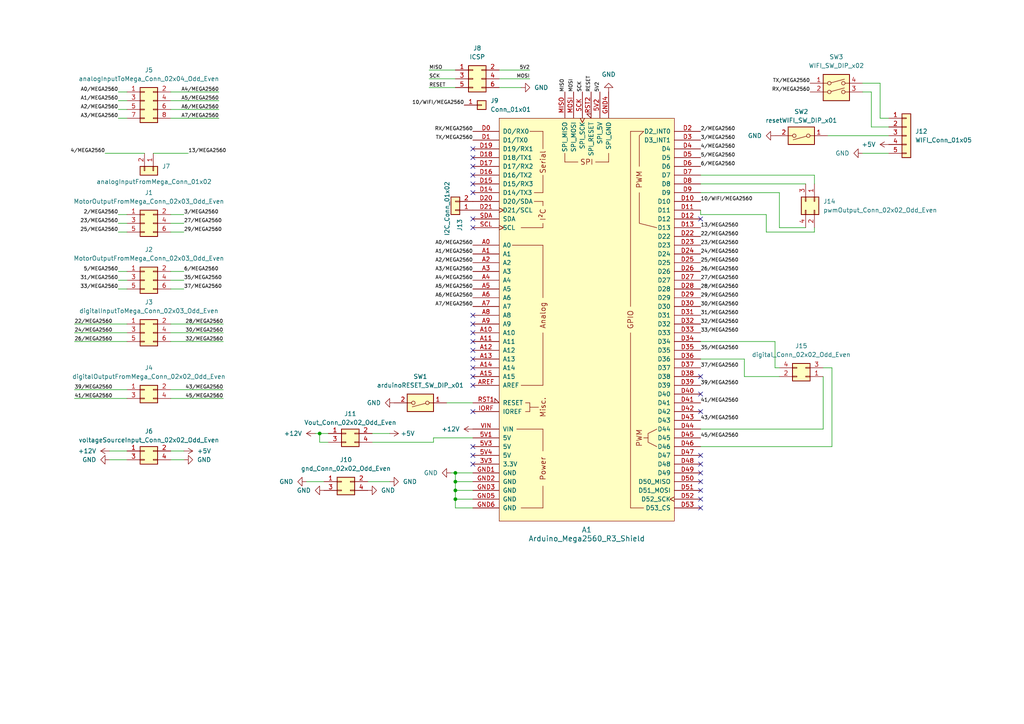
<source format=kicad_sch>
(kicad_sch (version 20230121) (generator eeschema)

  (uuid 37e47e8f-3cd7-4cc0-be95-4606faa2ad74)

  (paper "A4")

  (lib_symbols
    (symbol "Connector_Generic:Conn_01x01" (pin_names (offset 1.016) hide) (in_bom yes) (on_board yes)
      (property "Reference" "J" (at 0 2.54 0)
        (effects (font (size 1.27 1.27)))
      )
      (property "Value" "Conn_01x01" (at 0 -2.54 0)
        (effects (font (size 1.27 1.27)))
      )
      (property "Footprint" "" (at 0 0 0)
        (effects (font (size 1.27 1.27)) hide)
      )
      (property "Datasheet" "~" (at 0 0 0)
        (effects (font (size 1.27 1.27)) hide)
      )
      (property "ki_keywords" "connector" (at 0 0 0)
        (effects (font (size 1.27 1.27)) hide)
      )
      (property "ki_description" "Generic connector, single row, 01x01, script generated (kicad-library-utils/schlib/autogen/connector/)" (at 0 0 0)
        (effects (font (size 1.27 1.27)) hide)
      )
      (property "ki_fp_filters" "Connector*:*_1x??_*" (at 0 0 0)
        (effects (font (size 1.27 1.27)) hide)
      )
      (symbol "Conn_01x01_1_1"
        (rectangle (start -1.27 0.127) (end 0 -0.127)
          (stroke (width 0.1524) (type default))
          (fill (type none))
        )
        (rectangle (start -1.27 1.27) (end 1.27 -1.27)
          (stroke (width 0.254) (type default))
          (fill (type background))
        )
        (pin passive line (at -5.08 0 0) (length 3.81)
          (name "Pin_1" (effects (font (size 1.27 1.27))))
          (number "1" (effects (font (size 1.27 1.27))))
        )
      )
    )
    (symbol "Connector_Generic:Conn_01x02" (pin_names (offset 1.016) hide) (in_bom yes) (on_board yes)
      (property "Reference" "J" (at 0 2.54 0)
        (effects (font (size 1.27 1.27)))
      )
      (property "Value" "Conn_01x02" (at 0 -5.08 0)
        (effects (font (size 1.27 1.27)))
      )
      (property "Footprint" "" (at 0 0 0)
        (effects (font (size 1.27 1.27)) hide)
      )
      (property "Datasheet" "~" (at 0 0 0)
        (effects (font (size 1.27 1.27)) hide)
      )
      (property "ki_keywords" "connector" (at 0 0 0)
        (effects (font (size 1.27 1.27)) hide)
      )
      (property "ki_description" "Generic connector, single row, 01x02, script generated (kicad-library-utils/schlib/autogen/connector/)" (at 0 0 0)
        (effects (font (size 1.27 1.27)) hide)
      )
      (property "ki_fp_filters" "Connector*:*_1x??_*" (at 0 0 0)
        (effects (font (size 1.27 1.27)) hide)
      )
      (symbol "Conn_01x02_1_1"
        (rectangle (start -1.27 -2.413) (end 0 -2.667)
          (stroke (width 0.1524) (type default))
          (fill (type none))
        )
        (rectangle (start -1.27 0.127) (end 0 -0.127)
          (stroke (width 0.1524) (type default))
          (fill (type none))
        )
        (rectangle (start -1.27 1.27) (end 1.27 -3.81)
          (stroke (width 0.254) (type default))
          (fill (type background))
        )
        (pin passive line (at -5.08 0 0) (length 3.81)
          (name "Pin_1" (effects (font (size 1.27 1.27))))
          (number "1" (effects (font (size 1.27 1.27))))
        )
        (pin passive line (at -5.08 -2.54 0) (length 3.81)
          (name "Pin_2" (effects (font (size 1.27 1.27))))
          (number "2" (effects (font (size 1.27 1.27))))
        )
      )
    )
    (symbol "Connector_Generic:Conn_01x05" (pin_names (offset 1.016) hide) (in_bom yes) (on_board yes)
      (property "Reference" "J" (at 0 7.62 0)
        (effects (font (size 1.27 1.27)))
      )
      (property "Value" "Conn_01x05" (at 0 -7.62 0)
        (effects (font (size 1.27 1.27)))
      )
      (property "Footprint" "" (at 0 0 0)
        (effects (font (size 1.27 1.27)) hide)
      )
      (property "Datasheet" "~" (at 0 0 0)
        (effects (font (size 1.27 1.27)) hide)
      )
      (property "ki_keywords" "connector" (at 0 0 0)
        (effects (font (size 1.27 1.27)) hide)
      )
      (property "ki_description" "Generic connector, single row, 01x05, script generated (kicad-library-utils/schlib/autogen/connector/)" (at 0 0 0)
        (effects (font (size 1.27 1.27)) hide)
      )
      (property "ki_fp_filters" "Connector*:*_1x??_*" (at 0 0 0)
        (effects (font (size 1.27 1.27)) hide)
      )
      (symbol "Conn_01x05_1_1"
        (rectangle (start -1.27 -4.953) (end 0 -5.207)
          (stroke (width 0.1524) (type default))
          (fill (type none))
        )
        (rectangle (start -1.27 -2.413) (end 0 -2.667)
          (stroke (width 0.1524) (type default))
          (fill (type none))
        )
        (rectangle (start -1.27 0.127) (end 0 -0.127)
          (stroke (width 0.1524) (type default))
          (fill (type none))
        )
        (rectangle (start -1.27 2.667) (end 0 2.413)
          (stroke (width 0.1524) (type default))
          (fill (type none))
        )
        (rectangle (start -1.27 5.207) (end 0 4.953)
          (stroke (width 0.1524) (type default))
          (fill (type none))
        )
        (rectangle (start -1.27 6.35) (end 1.27 -6.35)
          (stroke (width 0.254) (type default))
          (fill (type background))
        )
        (pin passive line (at -5.08 5.08 0) (length 3.81)
          (name "Pin_1" (effects (font (size 1.27 1.27))))
          (number "1" (effects (font (size 1.27 1.27))))
        )
        (pin passive line (at -5.08 2.54 0) (length 3.81)
          (name "Pin_2" (effects (font (size 1.27 1.27))))
          (number "2" (effects (font (size 1.27 1.27))))
        )
        (pin passive line (at -5.08 0 0) (length 3.81)
          (name "Pin_3" (effects (font (size 1.27 1.27))))
          (number "3" (effects (font (size 1.27 1.27))))
        )
        (pin passive line (at -5.08 -2.54 0) (length 3.81)
          (name "Pin_4" (effects (font (size 1.27 1.27))))
          (number "4" (effects (font (size 1.27 1.27))))
        )
        (pin passive line (at -5.08 -5.08 0) (length 3.81)
          (name "Pin_5" (effects (font (size 1.27 1.27))))
          (number "5" (effects (font (size 1.27 1.27))))
        )
      )
    )
    (symbol "Connector_Generic:Conn_02x02_Odd_Even" (pin_names (offset 1.016) hide) (in_bom yes) (on_board yes)
      (property "Reference" "J" (at 1.27 2.54 0)
        (effects (font (size 1.27 1.27)))
      )
      (property "Value" "Conn_02x02_Odd_Even" (at 1.27 -5.08 0)
        (effects (font (size 1.27 1.27)))
      )
      (property "Footprint" "" (at 0 0 0)
        (effects (font (size 1.27 1.27)) hide)
      )
      (property "Datasheet" "~" (at 0 0 0)
        (effects (font (size 1.27 1.27)) hide)
      )
      (property "ki_keywords" "connector" (at 0 0 0)
        (effects (font (size 1.27 1.27)) hide)
      )
      (property "ki_description" "Generic connector, double row, 02x02, odd/even pin numbering scheme (row 1 odd numbers, row 2 even numbers), script generated (kicad-library-utils/schlib/autogen/connector/)" (at 0 0 0)
        (effects (font (size 1.27 1.27)) hide)
      )
      (property "ki_fp_filters" "Connector*:*_2x??_*" (at 0 0 0)
        (effects (font (size 1.27 1.27)) hide)
      )
      (symbol "Conn_02x02_Odd_Even_1_1"
        (rectangle (start -1.27 -2.413) (end 0 -2.667)
          (stroke (width 0.1524) (type default))
          (fill (type none))
        )
        (rectangle (start -1.27 0.127) (end 0 -0.127)
          (stroke (width 0.1524) (type default))
          (fill (type none))
        )
        (rectangle (start -1.27 1.27) (end 3.81 -3.81)
          (stroke (width 0.254) (type default))
          (fill (type background))
        )
        (rectangle (start 3.81 -2.413) (end 2.54 -2.667)
          (stroke (width 0.1524) (type default))
          (fill (type none))
        )
        (rectangle (start 3.81 0.127) (end 2.54 -0.127)
          (stroke (width 0.1524) (type default))
          (fill (type none))
        )
        (pin passive line (at -5.08 0 0) (length 3.81)
          (name "Pin_1" (effects (font (size 1.27 1.27))))
          (number "1" (effects (font (size 1.27 1.27))))
        )
        (pin passive line (at 7.62 0 180) (length 3.81)
          (name "Pin_2" (effects (font (size 1.27 1.27))))
          (number "2" (effects (font (size 1.27 1.27))))
        )
        (pin passive line (at -5.08 -2.54 0) (length 3.81)
          (name "Pin_3" (effects (font (size 1.27 1.27))))
          (number "3" (effects (font (size 1.27 1.27))))
        )
        (pin passive line (at 7.62 -2.54 180) (length 3.81)
          (name "Pin_4" (effects (font (size 1.27 1.27))))
          (number "4" (effects (font (size 1.27 1.27))))
        )
      )
    )
    (symbol "Connector_Generic:Conn_02x03_Odd_Even" (pin_names (offset 1.016) hide) (in_bom yes) (on_board yes)
      (property "Reference" "J" (at 1.27 5.08 0)
        (effects (font (size 1.27 1.27)))
      )
      (property "Value" "Conn_02x03_Odd_Even" (at 1.27 -5.08 0)
        (effects (font (size 1.27 1.27)))
      )
      (property "Footprint" "" (at 0 0 0)
        (effects (font (size 1.27 1.27)) hide)
      )
      (property "Datasheet" "~" (at 0 0 0)
        (effects (font (size 1.27 1.27)) hide)
      )
      (property "ki_keywords" "connector" (at 0 0 0)
        (effects (font (size 1.27 1.27)) hide)
      )
      (property "ki_description" "Generic connector, double row, 02x03, odd/even pin numbering scheme (row 1 odd numbers, row 2 even numbers), script generated (kicad-library-utils/schlib/autogen/connector/)" (at 0 0 0)
        (effects (font (size 1.27 1.27)) hide)
      )
      (property "ki_fp_filters" "Connector*:*_2x??_*" (at 0 0 0)
        (effects (font (size 1.27 1.27)) hide)
      )
      (symbol "Conn_02x03_Odd_Even_1_1"
        (rectangle (start -1.27 -2.413) (end 0 -2.667)
          (stroke (width 0.1524) (type default))
          (fill (type none))
        )
        (rectangle (start -1.27 0.127) (end 0 -0.127)
          (stroke (width 0.1524) (type default))
          (fill (type none))
        )
        (rectangle (start -1.27 2.667) (end 0 2.413)
          (stroke (width 0.1524) (type default))
          (fill (type none))
        )
        (rectangle (start -1.27 3.81) (end 3.81 -3.81)
          (stroke (width 0.254) (type default))
          (fill (type background))
        )
        (rectangle (start 3.81 -2.413) (end 2.54 -2.667)
          (stroke (width 0.1524) (type default))
          (fill (type none))
        )
        (rectangle (start 3.81 0.127) (end 2.54 -0.127)
          (stroke (width 0.1524) (type default))
          (fill (type none))
        )
        (rectangle (start 3.81 2.667) (end 2.54 2.413)
          (stroke (width 0.1524) (type default))
          (fill (type none))
        )
        (pin passive line (at -5.08 2.54 0) (length 3.81)
          (name "Pin_1" (effects (font (size 1.27 1.27))))
          (number "1" (effects (font (size 1.27 1.27))))
        )
        (pin passive line (at 7.62 2.54 180) (length 3.81)
          (name "Pin_2" (effects (font (size 1.27 1.27))))
          (number "2" (effects (font (size 1.27 1.27))))
        )
        (pin passive line (at -5.08 0 0) (length 3.81)
          (name "Pin_3" (effects (font (size 1.27 1.27))))
          (number "3" (effects (font (size 1.27 1.27))))
        )
        (pin passive line (at 7.62 0 180) (length 3.81)
          (name "Pin_4" (effects (font (size 1.27 1.27))))
          (number "4" (effects (font (size 1.27 1.27))))
        )
        (pin passive line (at -5.08 -2.54 0) (length 3.81)
          (name "Pin_5" (effects (font (size 1.27 1.27))))
          (number "5" (effects (font (size 1.27 1.27))))
        )
        (pin passive line (at 7.62 -2.54 180) (length 3.81)
          (name "Pin_6" (effects (font (size 1.27 1.27))))
          (number "6" (effects (font (size 1.27 1.27))))
        )
      )
    )
    (symbol "Connector_Generic:Conn_02x04_Odd_Even" (pin_names (offset 1.016) hide) (in_bom yes) (on_board yes)
      (property "Reference" "J" (at 1.27 5.08 0)
        (effects (font (size 1.27 1.27)))
      )
      (property "Value" "Conn_02x04_Odd_Even" (at 1.27 -7.62 0)
        (effects (font (size 1.27 1.27)))
      )
      (property "Footprint" "" (at 0 0 0)
        (effects (font (size 1.27 1.27)) hide)
      )
      (property "Datasheet" "~" (at 0 0 0)
        (effects (font (size 1.27 1.27)) hide)
      )
      (property "ki_keywords" "connector" (at 0 0 0)
        (effects (font (size 1.27 1.27)) hide)
      )
      (property "ki_description" "Generic connector, double row, 02x04, odd/even pin numbering scheme (row 1 odd numbers, row 2 even numbers), script generated (kicad-library-utils/schlib/autogen/connector/)" (at 0 0 0)
        (effects (font (size 1.27 1.27)) hide)
      )
      (property "ki_fp_filters" "Connector*:*_2x??_*" (at 0 0 0)
        (effects (font (size 1.27 1.27)) hide)
      )
      (symbol "Conn_02x04_Odd_Even_1_1"
        (rectangle (start -1.27 -4.953) (end 0 -5.207)
          (stroke (width 0.1524) (type default))
          (fill (type none))
        )
        (rectangle (start -1.27 -2.413) (end 0 -2.667)
          (stroke (width 0.1524) (type default))
          (fill (type none))
        )
        (rectangle (start -1.27 0.127) (end 0 -0.127)
          (stroke (width 0.1524) (type default))
          (fill (type none))
        )
        (rectangle (start -1.27 2.667) (end 0 2.413)
          (stroke (width 0.1524) (type default))
          (fill (type none))
        )
        (rectangle (start -1.27 3.81) (end 3.81 -6.35)
          (stroke (width 0.254) (type default))
          (fill (type background))
        )
        (rectangle (start 3.81 -4.953) (end 2.54 -5.207)
          (stroke (width 0.1524) (type default))
          (fill (type none))
        )
        (rectangle (start 3.81 -2.413) (end 2.54 -2.667)
          (stroke (width 0.1524) (type default))
          (fill (type none))
        )
        (rectangle (start 3.81 0.127) (end 2.54 -0.127)
          (stroke (width 0.1524) (type default))
          (fill (type none))
        )
        (rectangle (start 3.81 2.667) (end 2.54 2.413)
          (stroke (width 0.1524) (type default))
          (fill (type none))
        )
        (pin passive line (at -5.08 2.54 0) (length 3.81)
          (name "Pin_1" (effects (font (size 1.27 1.27))))
          (number "1" (effects (font (size 1.27 1.27))))
        )
        (pin passive line (at 7.62 2.54 180) (length 3.81)
          (name "Pin_2" (effects (font (size 1.27 1.27))))
          (number "2" (effects (font (size 1.27 1.27))))
        )
        (pin passive line (at -5.08 0 0) (length 3.81)
          (name "Pin_3" (effects (font (size 1.27 1.27))))
          (number "3" (effects (font (size 1.27 1.27))))
        )
        (pin passive line (at 7.62 0 180) (length 3.81)
          (name "Pin_4" (effects (font (size 1.27 1.27))))
          (number "4" (effects (font (size 1.27 1.27))))
        )
        (pin passive line (at -5.08 -2.54 0) (length 3.81)
          (name "Pin_5" (effects (font (size 1.27 1.27))))
          (number "5" (effects (font (size 1.27 1.27))))
        )
        (pin passive line (at 7.62 -2.54 180) (length 3.81)
          (name "Pin_6" (effects (font (size 1.27 1.27))))
          (number "6" (effects (font (size 1.27 1.27))))
        )
        (pin passive line (at -5.08 -5.08 0) (length 3.81)
          (name "Pin_7" (effects (font (size 1.27 1.27))))
          (number "7" (effects (font (size 1.27 1.27))))
        )
        (pin passive line (at 7.62 -5.08 180) (length 3.81)
          (name "Pin_8" (effects (font (size 1.27 1.27))))
          (number "8" (effects (font (size 1.27 1.27))))
        )
      )
    )
    (symbol "PCM_arduino-library:Arduino_Mega2560_R3_Shield" (pin_names (offset 1.016)) (in_bom yes) (on_board yes)
      (property "Reference" "A" (at 0 -62.23 0)
        (effects (font (size 1.524 1.524)))
      )
      (property "Value" "Arduino_Mega2560_R3_Shield" (at 0 -66.04 0)
        (effects (font (size 1.524 1.524)))
      )
      (property "Footprint" "PCM_arduino-library:Arduino_Mega2560_R3_Shield" (at 0 -73.66 0)
        (effects (font (size 1.524 1.524)) hide)
      )
      (property "Datasheet" "https://docs.arduino.cc/hardware/mega-2560" (at 0 -69.85 0)
        (effects (font (size 1.524 1.524)) hide)
      )
      (property "ki_keywords" "Arduino MPU Shield" (at 0 0 0)
        (effects (font (size 1.27 1.27)) hide)
      )
      (property "ki_description" "Shield for Arduino Mega 2560 R3" (at 0 0 0)
        (effects (font (size 1.27 1.27)) hide)
      )
      (property "ki_fp_filters" "Arduino_Mega2560_R3_Shield" (at 0 0 0)
        (effects (font (size 1.27 1.27)) hide)
      )
      (symbol "Arduino_Mega2560_R3_Shield_0_0"
        (rectangle (start -25.4 -58.42) (end 25.4 58.42)
          (stroke (width 0) (type default))
          (fill (type background))
        )
        (rectangle (start -20.32 -31.75) (end -12.7 -31.75)
          (stroke (width 0) (type default))
          (fill (type none))
        )
        (rectangle (start -19.05 -54.61) (end -12.7 -54.61)
          (stroke (width 0) (type default))
          (fill (type none))
        )
        (rectangle (start -19.05 -19.05) (end -12.7 -19.05)
          (stroke (width 0) (type default))
          (fill (type none))
        )
        (rectangle (start -19.05 26.67) (end -12.7 26.67)
          (stroke (width 0) (type default))
          (fill (type none))
        )
        (rectangle (start -17.78 -26.67) (end -16.51 -26.67)
          (stroke (width 0) (type default))
          (fill (type none))
        )
        (rectangle (start -17.78 -24.13) (end -16.51 -24.13)
          (stroke (width 0) (type default))
          (fill (type none))
        )
        (rectangle (start -16.51 -25.4) (end -13.97 -25.4)
          (stroke (width 0) (type default))
          (fill (type none))
        )
        (rectangle (start -16.51 -24.13) (end -16.51 -26.67)
          (stroke (width 0) (type default))
          (fill (type none))
        )
        (rectangle (start -16.51 54.61) (end -12.7 54.61)
          (stroke (width 0) (type default))
          (fill (type none))
        )
        (rectangle (start -15.24 34.29) (end -12.7 34.29)
          (stroke (width 0) (type default))
          (fill (type none))
        )
        (rectangle (start -15.24 36.83) (end -12.7 36.83)
          (stroke (width 0) (type default))
          (fill (type none))
        )
        (rectangle (start -12.7 -54.61) (end -12.7 -48.26)
          (stroke (width 0) (type default))
          (fill (type none))
        )
        (rectangle (start -12.7 -31.75) (end -12.7 -38.1)
          (stroke (width 0) (type default))
          (fill (type none))
        )
        (rectangle (start -12.7 26.67) (end -12.7 27.94)
          (stroke (width 0) (type default))
          (fill (type none))
        )
        (rectangle (start -12.7 34.29) (end -12.7 33.02)
          (stroke (width 0) (type default))
          (fill (type none))
        )
        (rectangle (start -12.7 41.91) (end -12.7 36.83)
          (stroke (width 0) (type default))
          (fill (type none))
        )
        (rectangle (start -12.7 49.53) (end -12.7 54.61)
          (stroke (width 0) (type default))
          (fill (type none))
        )
        (rectangle (start -6.35 48.26) (end -6.35 45.72)
          (stroke (width 0) (type default))
          (fill (type none))
        )
        (rectangle (start -2.54 45.72) (end -6.35 45.72)
          (stroke (width 0) (type default))
          (fill (type none))
        )
        (polyline
          (pts
            (xy -21.59 21.59)
            (xy -12.7 21.59)
          )
          (stroke (width 0) (type default))
          (fill (type none))
        )
        (polyline
          (pts
            (xy -12.7 -19.05)
            (xy -12.7 -3.81)
          )
          (stroke (width 0) (type default))
          (fill (type none))
        )
        (polyline
          (pts
            (xy -12.7 6.35)
            (xy -12.7 21.59)
          )
          (stroke (width 0) (type default))
          (fill (type none))
        )
        (polyline
          (pts
            (xy 12.7 -54.61)
            (xy 16.51 -54.61)
          )
          (stroke (width 0) (type default))
          (fill (type none))
        )
        (polyline
          (pts
            (xy 12.7 54.61)
            (xy 16.51 54.61)
          )
          (stroke (width 0) (type default))
          (fill (type none))
        )
        (polyline
          (pts
            (xy 17.78 -34.29)
            (xy 16.51 -34.29)
          )
          (stroke (width 0) (type default))
          (fill (type none))
        )
        (polyline
          (pts
            (xy 15.24 36.83)
            (xy 15.24 27.94)
            (xy 20.32 26.67)
          )
          (stroke (width 0) (type default))
          (fill (type none))
        )
        (polyline
          (pts
            (xy 15.24 44.45)
            (xy 15.24 53.34)
            (xy 16.51 54.61)
          )
          (stroke (width 0) (type default))
          (fill (type none))
        )
        (polyline
          (pts
            (xy 20.32 -31.75)
            (xy 17.78 -33.02)
            (xy 17.78 -35.56)
            (xy 20.32 -36.83)
          )
          (stroke (width 0) (type default))
          (fill (type none))
        )
        (rectangle (start 6.35 45.72) (end 2.54 45.72)
          (stroke (width 0) (type default))
          (fill (type none))
        )
        (rectangle (start 6.35 48.26) (end 6.35 45.72)
          (stroke (width 0) (type default))
          (fill (type none))
        )
        (text "Analog" (at -12.7 1.27 900)
          (effects (font (size 1.524 1.524)))
        )
        (text "I²C" (at -12.7 30.48 900)
          (effects (font (size 1.524 1.524)))
        )
        (text "Misc." (at -12.7 -25.4 900)
          (effects (font (size 1.524 1.524)))
        )
        (text "Power" (at -12.7 -43.18 900)
          (effects (font (size 1.524 1.524)))
        )
        (text "PWM" (at 15.24 -34.29 900)
          (effects (font (size 1.524 1.524)))
        )
        (text "PWM" (at 15.24 40.64 900)
          (effects (font (size 1.524 1.524)))
        )
        (text "Serial" (at -12.7 45.72 900)
          (effects (font (size 1.524 1.524)))
        )
        (text "SPI" (at 0 45.72 0)
          (effects (font (size 1.524 1.524)))
        )
      )
      (symbol "Arduino_Mega2560_R3_Shield_1_0"
        (rectangle (start 12.7 -54.61) (end 12.7 -3.81)
          (stroke (width 0) (type default))
          (fill (type none))
        )
        (rectangle (start 12.7 54.61) (end 12.7 3.81)
          (stroke (width 0) (type default))
          (fill (type none))
        )
        (text "GPIO" (at 12.7 0 900)
          (effects (font (size 1.524 1.524)))
        )
      )
      (symbol "Arduino_Mega2560_R3_Shield_1_1"
        (pin power_out line (at -33.02 -41.91 0) (length 7.62)
          (name "3.3V" (effects (font (size 1.27 1.27))))
          (number "3V3" (effects (font (size 1.27 1.27))))
        )
        (pin power_in line (at -33.02 -34.29 0) (length 7.62)
          (name "5V" (effects (font (size 1.27 1.27))))
          (number "5V1" (effects (font (size 1.27 1.27))))
        )
        (pin power_in line (at 3.81 66.04 270) (length 7.62)
          (name "SPI_5V" (effects (font (size 1.27 1.27))))
          (number "5V2" (effects (font (size 1.27 1.27))))
        )
        (pin power_in line (at -33.02 -36.83 0) (length 7.62)
          (name "5V" (effects (font (size 1.27 1.27))))
          (number "5V3" (effects (font (size 1.27 1.27))))
        )
        (pin power_in line (at -33.02 -39.37 0) (length 7.62)
          (name "5V" (effects (font (size 1.27 1.27))))
          (number "5V4" (effects (font (size 1.27 1.27))))
        )
        (pin bidirectional line (at -33.02 21.59 0) (length 7.62)
          (name "A0" (effects (font (size 1.27 1.27))))
          (number "A0" (effects (font (size 1.27 1.27))))
        )
        (pin bidirectional line (at -33.02 19.05 0) (length 7.62)
          (name "A1" (effects (font (size 1.27 1.27))))
          (number "A1" (effects (font (size 1.27 1.27))))
        )
        (pin bidirectional line (at -33.02 -3.81 0) (length 7.62)
          (name "A10" (effects (font (size 1.27 1.27))))
          (number "A10" (effects (font (size 1.27 1.27))))
        )
        (pin bidirectional line (at -33.02 -6.35 0) (length 7.62)
          (name "A11" (effects (font (size 1.27 1.27))))
          (number "A11" (effects (font (size 1.27 1.27))))
        )
        (pin bidirectional line (at -33.02 -8.89 0) (length 7.62)
          (name "A12" (effects (font (size 1.27 1.27))))
          (number "A12" (effects (font (size 1.27 1.27))))
        )
        (pin bidirectional line (at -33.02 -11.43 0) (length 7.62)
          (name "A13" (effects (font (size 1.27 1.27))))
          (number "A13" (effects (font (size 1.27 1.27))))
        )
        (pin bidirectional line (at -33.02 -13.97 0) (length 7.62)
          (name "A14" (effects (font (size 1.27 1.27))))
          (number "A14" (effects (font (size 1.27 1.27))))
        )
        (pin bidirectional line (at -33.02 -16.51 0) (length 7.62)
          (name "A15" (effects (font (size 1.27 1.27))))
          (number "A15" (effects (font (size 1.27 1.27))))
        )
        (pin bidirectional line (at -33.02 16.51 0) (length 7.62)
          (name "A2" (effects (font (size 1.27 1.27))))
          (number "A2" (effects (font (size 1.27 1.27))))
        )
        (pin bidirectional line (at -33.02 13.97 0) (length 7.62)
          (name "A3" (effects (font (size 1.27 1.27))))
          (number "A3" (effects (font (size 1.27 1.27))))
        )
        (pin bidirectional line (at -33.02 11.43 0) (length 7.62)
          (name "A4" (effects (font (size 1.27 1.27))))
          (number "A4" (effects (font (size 1.27 1.27))))
        )
        (pin bidirectional line (at -33.02 8.89 0) (length 7.62)
          (name "A5" (effects (font (size 1.27 1.27))))
          (number "A5" (effects (font (size 1.27 1.27))))
        )
        (pin bidirectional line (at -33.02 6.35 0) (length 7.62)
          (name "A6" (effects (font (size 1.27 1.27))))
          (number "A6" (effects (font (size 1.27 1.27))))
        )
        (pin bidirectional line (at -33.02 3.81 0) (length 7.62)
          (name "A7" (effects (font (size 1.27 1.27))))
          (number "A7" (effects (font (size 1.27 1.27))))
        )
        (pin bidirectional line (at -33.02 1.27 0) (length 7.62)
          (name "A8" (effects (font (size 1.27 1.27))))
          (number "A8" (effects (font (size 1.27 1.27))))
        )
        (pin bidirectional line (at -33.02 -1.27 0) (length 7.62)
          (name "A9" (effects (font (size 1.27 1.27))))
          (number "A9" (effects (font (size 1.27 1.27))))
        )
        (pin input line (at -33.02 -19.05 0) (length 7.62)
          (name "AREF" (effects (font (size 1.27 1.27))))
          (number "AREF" (effects (font (size 1.27 1.27))))
        )
        (pin bidirectional line (at -33.02 54.61 0) (length 7.62)
          (name "D0/RX0" (effects (font (size 1.27 1.27))))
          (number "D0" (effects (font (size 1.27 1.27))))
        )
        (pin bidirectional line (at -33.02 52.07 0) (length 7.62)
          (name "D1/TX0" (effects (font (size 1.27 1.27))))
          (number "D1" (effects (font (size 1.27 1.27))))
        )
        (pin bidirectional line (at 33.02 34.29 180) (length 7.62)
          (name "D10" (effects (font (size 1.27 1.27))))
          (number "D10" (effects (font (size 1.27 1.27))))
        )
        (pin bidirectional line (at 33.02 31.75 180) (length 7.62)
          (name "D11" (effects (font (size 1.27 1.27))))
          (number "D11" (effects (font (size 1.27 1.27))))
        )
        (pin bidirectional line (at 33.02 29.21 180) (length 7.62)
          (name "D12" (effects (font (size 1.27 1.27))))
          (number "D12" (effects (font (size 1.27 1.27))))
        )
        (pin bidirectional line (at 33.02 26.67 180) (length 7.62)
          (name "D13" (effects (font (size 1.27 1.27))))
          (number "D13" (effects (font (size 1.27 1.27))))
        )
        (pin bidirectional line (at -33.02 36.83 0) (length 7.62)
          (name "D14/TX3" (effects (font (size 1.27 1.27))))
          (number "D14" (effects (font (size 1.27 1.27))))
        )
        (pin bidirectional line (at -33.02 39.37 0) (length 7.62)
          (name "D15/RX3" (effects (font (size 1.27 1.27))))
          (number "D15" (effects (font (size 1.27 1.27))))
        )
        (pin bidirectional line (at -33.02 41.91 0) (length 7.62)
          (name "D16/TX2" (effects (font (size 1.27 1.27))))
          (number "D16" (effects (font (size 1.27 1.27))))
        )
        (pin bidirectional line (at -33.02 44.45 0) (length 7.62)
          (name "D17/RX2" (effects (font (size 1.27 1.27))))
          (number "D17" (effects (font (size 1.27 1.27))))
        )
        (pin bidirectional line (at -33.02 46.99 0) (length 7.62)
          (name "D18/TX1" (effects (font (size 1.27 1.27))))
          (number "D18" (effects (font (size 1.27 1.27))))
        )
        (pin bidirectional line (at -33.02 49.53 0) (length 7.62)
          (name "D19/RX1" (effects (font (size 1.27 1.27))))
          (number "D19" (effects (font (size 1.27 1.27))))
        )
        (pin bidirectional line (at 33.02 54.61 180) (length 7.62)
          (name "D2_INT0" (effects (font (size 1.27 1.27))))
          (number "D2" (effects (font (size 1.27 1.27))))
        )
        (pin bidirectional line (at -33.02 34.29 0) (length 7.62)
          (name "D20/SDA" (effects (font (size 1.27 1.27))))
          (number "D20" (effects (font (size 1.27 1.27))))
        )
        (pin bidirectional clock (at -33.02 31.75 0) (length 7.62)
          (name "D21/SCL" (effects (font (size 1.27 1.27))))
          (number "D21" (effects (font (size 1.27 1.27))))
        )
        (pin bidirectional line (at 33.02 24.13 180) (length 7.62)
          (name "D22" (effects (font (size 1.27 1.27))))
          (number "D22" (effects (font (size 1.27 1.27))))
        )
        (pin bidirectional line (at 33.02 21.59 180) (length 7.62)
          (name "D23" (effects (font (size 1.27 1.27))))
          (number "D23" (effects (font (size 1.27 1.27))))
        )
        (pin bidirectional line (at 33.02 19.05 180) (length 7.62)
          (name "D24" (effects (font (size 1.27 1.27))))
          (number "D24" (effects (font (size 1.27 1.27))))
        )
        (pin bidirectional line (at 33.02 16.51 180) (length 7.62)
          (name "D25" (effects (font (size 1.27 1.27))))
          (number "D25" (effects (font (size 1.27 1.27))))
        )
        (pin bidirectional line (at 33.02 13.97 180) (length 7.62)
          (name "D26" (effects (font (size 1.27 1.27))))
          (number "D26" (effects (font (size 1.27 1.27))))
        )
        (pin bidirectional line (at 33.02 11.43 180) (length 7.62)
          (name "D27" (effects (font (size 1.27 1.27))))
          (number "D27" (effects (font (size 1.27 1.27))))
        )
        (pin bidirectional line (at 33.02 8.89 180) (length 7.62)
          (name "D28" (effects (font (size 1.27 1.27))))
          (number "D28" (effects (font (size 1.27 1.27))))
        )
        (pin bidirectional line (at 33.02 6.35 180) (length 7.62)
          (name "D29" (effects (font (size 1.27 1.27))))
          (number "D29" (effects (font (size 1.27 1.27))))
        )
        (pin bidirectional line (at 33.02 52.07 180) (length 7.62)
          (name "D3_INT1" (effects (font (size 1.27 1.27))))
          (number "D3" (effects (font (size 1.27 1.27))))
        )
        (pin bidirectional line (at 33.02 3.81 180) (length 7.62)
          (name "D30" (effects (font (size 1.27 1.27))))
          (number "D30" (effects (font (size 1.27 1.27))))
        )
        (pin bidirectional line (at 33.02 1.27 180) (length 7.62)
          (name "D31" (effects (font (size 1.27 1.27))))
          (number "D31" (effects (font (size 1.27 1.27))))
        )
        (pin bidirectional line (at 33.02 -1.27 180) (length 7.62)
          (name "D32" (effects (font (size 1.27 1.27))))
          (number "D32" (effects (font (size 1.27 1.27))))
        )
        (pin bidirectional line (at 33.02 -3.81 180) (length 7.62)
          (name "D33" (effects (font (size 1.27 1.27))))
          (number "D33" (effects (font (size 1.27 1.27))))
        )
        (pin bidirectional line (at 33.02 -6.35 180) (length 7.62)
          (name "D34" (effects (font (size 1.27 1.27))))
          (number "D34" (effects (font (size 1.27 1.27))))
        )
        (pin bidirectional line (at 33.02 -8.89 180) (length 7.62)
          (name "D35" (effects (font (size 1.27 1.27))))
          (number "D35" (effects (font (size 1.27 1.27))))
        )
        (pin bidirectional line (at 33.02 -11.43 180) (length 7.62)
          (name "D36" (effects (font (size 1.27 1.27))))
          (number "D36" (effects (font (size 1.27 1.27))))
        )
        (pin bidirectional line (at 33.02 -13.97 180) (length 7.62)
          (name "D37" (effects (font (size 1.27 1.27))))
          (number "D37" (effects (font (size 1.27 1.27))))
        )
        (pin bidirectional line (at 33.02 -16.51 180) (length 7.62)
          (name "D38" (effects (font (size 1.27 1.27))))
          (number "D38" (effects (font (size 1.27 1.27))))
        )
        (pin bidirectional line (at 33.02 -19.05 180) (length 7.62)
          (name "D39" (effects (font (size 1.27 1.27))))
          (number "D39" (effects (font (size 1.27 1.27))))
        )
        (pin bidirectional line (at 33.02 49.53 180) (length 7.62)
          (name "D4" (effects (font (size 1.27 1.27))))
          (number "D4" (effects (font (size 1.27 1.27))))
        )
        (pin bidirectional line (at 33.02 -21.59 180) (length 7.62)
          (name "D40" (effects (font (size 1.27 1.27))))
          (number "D40" (effects (font (size 1.27 1.27))))
        )
        (pin bidirectional line (at 33.02 -24.13 180) (length 7.62)
          (name "D41" (effects (font (size 1.27 1.27))))
          (number "D41" (effects (font (size 1.27 1.27))))
        )
        (pin bidirectional line (at 33.02 -26.67 180) (length 7.62)
          (name "D42" (effects (font (size 1.27 1.27))))
          (number "D42" (effects (font (size 1.27 1.27))))
        )
        (pin bidirectional line (at 33.02 -29.21 180) (length 7.62)
          (name "D43" (effects (font (size 1.27 1.27))))
          (number "D43" (effects (font (size 1.27 1.27))))
        )
        (pin bidirectional line (at 33.02 -31.75 180) (length 7.62)
          (name "D44" (effects (font (size 1.27 1.27))))
          (number "D44" (effects (font (size 1.27 1.27))))
        )
        (pin bidirectional line (at 33.02 -34.29 180) (length 7.62)
          (name "D45" (effects (font (size 1.27 1.27))))
          (number "D45" (effects (font (size 1.27 1.27))))
        )
        (pin bidirectional line (at 33.02 -36.83 180) (length 7.62)
          (name "D46" (effects (font (size 1.27 1.27))))
          (number "D46" (effects (font (size 1.27 1.27))))
        )
        (pin bidirectional line (at 33.02 -39.37 180) (length 7.62)
          (name "D47" (effects (font (size 1.27 1.27))))
          (number "D47" (effects (font (size 1.27 1.27))))
        )
        (pin bidirectional line (at 33.02 -41.91 180) (length 7.62)
          (name "D48" (effects (font (size 1.27 1.27))))
          (number "D48" (effects (font (size 1.27 1.27))))
        )
        (pin bidirectional line (at 33.02 -44.45 180) (length 7.62)
          (name "D49" (effects (font (size 1.27 1.27))))
          (number "D49" (effects (font (size 1.27 1.27))))
        )
        (pin bidirectional line (at 33.02 46.99 180) (length 7.62)
          (name "D5" (effects (font (size 1.27 1.27))))
          (number "D5" (effects (font (size 1.27 1.27))))
        )
        (pin bidirectional line (at 33.02 -46.99 180) (length 7.62)
          (name "D50_MISO" (effects (font (size 1.27 1.27))))
          (number "D50" (effects (font (size 1.27 1.27))))
        )
        (pin bidirectional line (at 33.02 -49.53 180) (length 7.62)
          (name "D51_MOSI" (effects (font (size 1.27 1.27))))
          (number "D51" (effects (font (size 1.27 1.27))))
        )
        (pin bidirectional clock (at 33.02 -52.07 180) (length 7.62)
          (name "D52_SCK" (effects (font (size 1.27 1.27))))
          (number "D52" (effects (font (size 1.27 1.27))))
        )
        (pin bidirectional line (at 33.02 -54.61 180) (length 7.62)
          (name "D53_CS" (effects (font (size 1.27 1.27))))
          (number "D53" (effects (font (size 1.27 1.27))))
        )
        (pin bidirectional line (at 33.02 44.45 180) (length 7.62)
          (name "D6" (effects (font (size 1.27 1.27))))
          (number "D6" (effects (font (size 1.27 1.27))))
        )
        (pin bidirectional line (at 33.02 41.91 180) (length 7.62)
          (name "D7" (effects (font (size 1.27 1.27))))
          (number "D7" (effects (font (size 1.27 1.27))))
        )
        (pin bidirectional line (at 33.02 39.37 180) (length 7.62)
          (name "D8" (effects (font (size 1.27 1.27))))
          (number "D8" (effects (font (size 1.27 1.27))))
        )
        (pin bidirectional line (at 33.02 36.83 180) (length 7.62)
          (name "D9" (effects (font (size 1.27 1.27))))
          (number "D9" (effects (font (size 1.27 1.27))))
        )
        (pin power_in line (at -33.02 -44.45 0) (length 7.62)
          (name "GND" (effects (font (size 1.27 1.27))))
          (number "GND1" (effects (font (size 1.27 1.27))))
        )
        (pin power_in line (at -33.02 -46.99 0) (length 7.62)
          (name "GND" (effects (font (size 1.27 1.27))))
          (number "GND2" (effects (font (size 1.27 1.27))))
        )
        (pin power_in line (at -33.02 -49.53 0) (length 7.62)
          (name "GND" (effects (font (size 1.27 1.27))))
          (number "GND3" (effects (font (size 1.27 1.27))))
        )
        (pin power_in line (at 6.35 66.04 270) (length 7.62)
          (name "SPI_GND" (effects (font (size 1.27 1.27))))
          (number "GND4" (effects (font (size 1.27 1.27))))
        )
        (pin power_in line (at -33.02 -52.07 0) (length 7.62)
          (name "GND" (effects (font (size 1.27 1.27))))
          (number "GND5" (effects (font (size 1.27 1.27))))
        )
        (pin power_in line (at -33.02 -54.61 0) (length 7.62)
          (name "GND" (effects (font (size 1.27 1.27))))
          (number "GND6" (effects (font (size 1.27 1.27))))
        )
        (pin output line (at -33.02 -26.67 0) (length 7.62)
          (name "IOREF" (effects (font (size 1.27 1.27))))
          (number "IORF" (effects (font (size 1.27 1.27))))
        )
        (pin input line (at -6.35 66.04 270) (length 7.62)
          (name "SPI_MISO" (effects (font (size 1.27 1.27))))
          (number "MISO" (effects (font (size 1.27 1.27))))
        )
        (pin output line (at -3.81 66.04 270) (length 7.62)
          (name "SPI_MOSI" (effects (font (size 1.27 1.27))))
          (number "MOSI" (effects (font (size 1.27 1.27))))
        )
        (pin open_collector input_low (at -33.02 -24.13 0) (length 7.62)
          (name "RESET" (effects (font (size 1.27 1.27))))
          (number "RST1" (effects (font (size 1.27 1.27))))
        )
        (pin open_collector input_low (at 1.27 66.04 270) (length 7.62)
          (name "SPI_RESET" (effects (font (size 1.27 1.27))))
          (number "RST2" (effects (font (size 1.27 1.27))))
        )
        (pin output clock (at -1.27 66.04 270) (length 7.62)
          (name "SPI_SCK" (effects (font (size 1.27 1.27))))
          (number "SCK" (effects (font (size 1.27 1.27))))
        )
        (pin bidirectional clock (at -33.02 26.67 0) (length 7.62)
          (name "SCL" (effects (font (size 1.27 1.27))))
          (number "SCL" (effects (font (size 1.27 1.27))))
        )
        (pin bidirectional line (at -33.02 29.21 0) (length 7.62)
          (name "SDA" (effects (font (size 1.27 1.27))))
          (number "SDA" (effects (font (size 1.27 1.27))))
        )
        (pin power_in line (at -33.02 -31.75 0) (length 7.62)
          (name "VIN" (effects (font (size 1.27 1.27))))
          (number "VIN" (effects (font (size 1.27 1.27))))
        )
      )
    )
    (symbol "Switch:SW_DIP_x01" (pin_names (offset 0) hide) (in_bom yes) (on_board yes)
      (property "Reference" "SW" (at 0 3.81 0)
        (effects (font (size 1.27 1.27)))
      )
      (property "Value" "SW_DIP_x01" (at 0 -3.81 0)
        (effects (font (size 1.27 1.27)))
      )
      (property "Footprint" "" (at 0 0 0)
        (effects (font (size 1.27 1.27)) hide)
      )
      (property "Datasheet" "~" (at 0 0 0)
        (effects (font (size 1.27 1.27)) hide)
      )
      (property "ki_keywords" "dip switch" (at 0 0 0)
        (effects (font (size 1.27 1.27)) hide)
      )
      (property "ki_description" "1x DIP Switch, Single Pole Single Throw (SPST) switch, small symbol" (at 0 0 0)
        (effects (font (size 1.27 1.27)) hide)
      )
      (property "ki_fp_filters" "SW?DIP?x1*" (at 0 0 0)
        (effects (font (size 1.27 1.27)) hide)
      )
      (symbol "SW_DIP_x01_0_0"
        (circle (center -2.032 0) (radius 0.508)
          (stroke (width 0) (type default))
          (fill (type none))
        )
        (polyline
          (pts
            (xy -1.524 0.127)
            (xy 2.3622 1.1684)
          )
          (stroke (width 0) (type default))
          (fill (type none))
        )
        (circle (center 2.032 0) (radius 0.508)
          (stroke (width 0) (type default))
          (fill (type none))
        )
      )
      (symbol "SW_DIP_x01_0_1"
        (rectangle (start -3.81 2.54) (end 3.81 -2.54)
          (stroke (width 0.254) (type default))
          (fill (type background))
        )
      )
      (symbol "SW_DIP_x01_1_1"
        (pin passive line (at -7.62 0 0) (length 5.08)
          (name "~" (effects (font (size 1.27 1.27))))
          (number "1" (effects (font (size 1.27 1.27))))
        )
        (pin passive line (at 7.62 0 180) (length 5.08)
          (name "~" (effects (font (size 1.27 1.27))))
          (number "2" (effects (font (size 1.27 1.27))))
        )
      )
    )
    (symbol "Switch:SW_DIP_x02" (pin_names (offset 0) hide) (in_bom yes) (on_board yes)
      (property "Reference" "SW" (at 0 6.35 0)
        (effects (font (size 1.27 1.27)))
      )
      (property "Value" "SW_DIP_x02" (at 0 -3.81 0)
        (effects (font (size 1.27 1.27)))
      )
      (property "Footprint" "" (at 0 0 0)
        (effects (font (size 1.27 1.27)) hide)
      )
      (property "Datasheet" "~" (at 0 0 0)
        (effects (font (size 1.27 1.27)) hide)
      )
      (property "ki_keywords" "dip switch" (at 0 0 0)
        (effects (font (size 1.27 1.27)) hide)
      )
      (property "ki_description" "2x DIP Switch, Single Pole Single Throw (SPST) switch, small symbol" (at 0 0 0)
        (effects (font (size 1.27 1.27)) hide)
      )
      (property "ki_fp_filters" "SW?DIP?x2*" (at 0 0 0)
        (effects (font (size 1.27 1.27)) hide)
      )
      (symbol "SW_DIP_x02_0_0"
        (circle (center -2.032 0) (radius 0.508)
          (stroke (width 0) (type default))
          (fill (type none))
        )
        (circle (center -2.032 2.54) (radius 0.508)
          (stroke (width 0) (type default))
          (fill (type none))
        )
        (polyline
          (pts
            (xy -1.524 0.127)
            (xy 2.3622 1.1684)
          )
          (stroke (width 0) (type default))
          (fill (type none))
        )
        (polyline
          (pts
            (xy -1.524 2.667)
            (xy 2.3622 3.7084)
          )
          (stroke (width 0) (type default))
          (fill (type none))
        )
        (circle (center 2.032 0) (radius 0.508)
          (stroke (width 0) (type default))
          (fill (type none))
        )
        (circle (center 2.032 2.54) (radius 0.508)
          (stroke (width 0) (type default))
          (fill (type none))
        )
      )
      (symbol "SW_DIP_x02_0_1"
        (rectangle (start -3.81 5.08) (end 3.81 -2.54)
          (stroke (width 0.254) (type default))
          (fill (type background))
        )
      )
      (symbol "SW_DIP_x02_1_1"
        (pin passive line (at -7.62 2.54 0) (length 5.08)
          (name "~" (effects (font (size 1.27 1.27))))
          (number "1" (effects (font (size 1.27 1.27))))
        )
        (pin passive line (at -7.62 0 0) (length 5.08)
          (name "~" (effects (font (size 1.27 1.27))))
          (number "2" (effects (font (size 1.27 1.27))))
        )
        (pin passive line (at 7.62 0 180) (length 5.08)
          (name "~" (effects (font (size 1.27 1.27))))
          (number "3" (effects (font (size 1.27 1.27))))
        )
        (pin passive line (at 7.62 2.54 180) (length 5.08)
          (name "~" (effects (font (size 1.27 1.27))))
          (number "4" (effects (font (size 1.27 1.27))))
        )
      )
    )
    (symbol "power:+12V" (power) (pin_names (offset 0)) (in_bom yes) (on_board yes)
      (property "Reference" "#PWR" (at 0 -3.81 0)
        (effects (font (size 1.27 1.27)) hide)
      )
      (property "Value" "+12V" (at 0 3.556 0)
        (effects (font (size 1.27 1.27)))
      )
      (property "Footprint" "" (at 0 0 0)
        (effects (font (size 1.27 1.27)) hide)
      )
      (property "Datasheet" "" (at 0 0 0)
        (effects (font (size 1.27 1.27)) hide)
      )
      (property "ki_keywords" "global power" (at 0 0 0)
        (effects (font (size 1.27 1.27)) hide)
      )
      (property "ki_description" "Power symbol creates a global label with name \"+12V\"" (at 0 0 0)
        (effects (font (size 1.27 1.27)) hide)
      )
      (symbol "+12V_0_1"
        (polyline
          (pts
            (xy -0.762 1.27)
            (xy 0 2.54)
          )
          (stroke (width 0) (type default))
          (fill (type none))
        )
        (polyline
          (pts
            (xy 0 0)
            (xy 0 2.54)
          )
          (stroke (width 0) (type default))
          (fill (type none))
        )
        (polyline
          (pts
            (xy 0 2.54)
            (xy 0.762 1.27)
          )
          (stroke (width 0) (type default))
          (fill (type none))
        )
      )
      (symbol "+12V_1_1"
        (pin power_in line (at 0 0 90) (length 0) hide
          (name "+12V" (effects (font (size 1.27 1.27))))
          (number "1" (effects (font (size 1.27 1.27))))
        )
      )
    )
    (symbol "power:+5V" (power) (pin_names (offset 0)) (in_bom yes) (on_board yes)
      (property "Reference" "#PWR" (at 0 -3.81 0)
        (effects (font (size 1.27 1.27)) hide)
      )
      (property "Value" "+5V" (at 0 3.556 0)
        (effects (font (size 1.27 1.27)))
      )
      (property "Footprint" "" (at 0 0 0)
        (effects (font (size 1.27 1.27)) hide)
      )
      (property "Datasheet" "" (at 0 0 0)
        (effects (font (size 1.27 1.27)) hide)
      )
      (property "ki_keywords" "global power" (at 0 0 0)
        (effects (font (size 1.27 1.27)) hide)
      )
      (property "ki_description" "Power symbol creates a global label with name \"+5V\"" (at 0 0 0)
        (effects (font (size 1.27 1.27)) hide)
      )
      (symbol "+5V_0_1"
        (polyline
          (pts
            (xy -0.762 1.27)
            (xy 0 2.54)
          )
          (stroke (width 0) (type default))
          (fill (type none))
        )
        (polyline
          (pts
            (xy 0 0)
            (xy 0 2.54)
          )
          (stroke (width 0) (type default))
          (fill (type none))
        )
        (polyline
          (pts
            (xy 0 2.54)
            (xy 0.762 1.27)
          )
          (stroke (width 0) (type default))
          (fill (type none))
        )
      )
      (symbol "+5V_1_1"
        (pin power_in line (at 0 0 90) (length 0) hide
          (name "+5V" (effects (font (size 1.27 1.27))))
          (number "1" (effects (font (size 1.27 1.27))))
        )
      )
    )
    (symbol "power:GND" (power) (pin_names (offset 0)) (in_bom yes) (on_board yes)
      (property "Reference" "#PWR" (at 0 -6.35 0)
        (effects (font (size 1.27 1.27)) hide)
      )
      (property "Value" "GND" (at 0 -3.81 0)
        (effects (font (size 1.27 1.27)))
      )
      (property "Footprint" "" (at 0 0 0)
        (effects (font (size 1.27 1.27)) hide)
      )
      (property "Datasheet" "" (at 0 0 0)
        (effects (font (size 1.27 1.27)) hide)
      )
      (property "ki_keywords" "global power" (at 0 0 0)
        (effects (font (size 1.27 1.27)) hide)
      )
      (property "ki_description" "Power symbol creates a global label with name \"GND\" , ground" (at 0 0 0)
        (effects (font (size 1.27 1.27)) hide)
      )
      (symbol "GND_0_1"
        (polyline
          (pts
            (xy 0 0)
            (xy 0 -1.27)
            (xy 1.27 -1.27)
            (xy 0 -2.54)
            (xy -1.27 -1.27)
            (xy 0 -1.27)
          )
          (stroke (width 0) (type default))
          (fill (type none))
        )
      )
      (symbol "GND_1_1"
        (pin power_in line (at 0 0 270) (length 0) hide
          (name "GND" (effects (font (size 1.27 1.27))))
          (number "1" (effects (font (size 1.27 1.27))))
        )
      )
    )
  )

  (junction (at 132.08 139.7) (diameter 0) (color 0 0 0 0)
    (uuid 393f4eda-6426-4287-9ad0-98c2b73e035f)
  )
  (junction (at 132.08 144.78) (diameter 0) (color 0 0 0 0)
    (uuid 8cc60edd-8b10-4e70-87c9-31f4ecd231e3)
  )
  (junction (at 92.71 125.73) (diameter 0) (color 0 0 0 0)
    (uuid 8cd98f92-fdc0-4c4b-b9ff-c8eeff4af237)
  )
  (junction (at 132.08 142.24) (diameter 0) (color 0 0 0 0)
    (uuid a875fd86-310a-47b5-b509-65a5db63366e)
  )
  (junction (at 132.08 137.16) (diameter 0) (color 0 0 0 0)
    (uuid fee4c4ec-0014-413a-b44a-79a516523e8a)
  )

  (no_connect (at 137.16 119.38) (uuid 041ef06e-1ddd-4aaf-950e-4ff16e77f21a))
  (no_connect (at 137.16 99.06) (uuid 0908571c-188c-4070-b191-7489c835f892))
  (no_connect (at 137.16 55.88) (uuid 0a87a1f3-d052-4742-b8a5-f71da076f594))
  (no_connect (at 203.2 132.08) (uuid 0fc335a6-9c93-492f-b50a-29989f931372))
  (no_connect (at 137.16 111.76) (uuid 121eaef1-f1ca-4884-a006-e31e68c31959))
  (no_connect (at 137.16 48.26) (uuid 2f9cafc8-7552-4dcc-869c-7837702b25d8))
  (no_connect (at 137.16 50.8) (uuid 30bd3fd4-6552-4b67-b2df-bd5caf4dbe8d))
  (no_connect (at 137.16 91.44) (uuid 3a52f81b-1dbf-48ed-ae8b-521d2f43a7b8))
  (no_connect (at 137.16 106.68) (uuid 4d2cd866-e69b-46be-be33-482496c21c2f))
  (no_connect (at 137.16 93.98) (uuid 5f4aafa5-d766-41a5-a368-6aed59e90229))
  (no_connect (at 203.2 114.3) (uuid 615a32bc-2075-4e82-84ae-3d5deed719b4))
  (no_connect (at 137.16 134.62) (uuid 64b88fa2-07b1-4a4b-b288-77f487db93bb))
  (no_connect (at 137.16 63.5) (uuid 6ce74ef7-090c-4739-a1c6-9849926ee513))
  (no_connect (at 203.2 147.32) (uuid 6fece92a-53f6-4112-aec4-0d76a5d836bf))
  (no_connect (at 137.16 45.72) (uuid 719213a7-a7fb-456a-aec0-bfaf12bdd55a))
  (no_connect (at 203.2 134.62) (uuid 785adc61-b5b4-46e1-80e6-0df6e76945d8))
  (no_connect (at 203.2 109.22) (uuid 81c3c046-f4b3-49e3-9c45-b08d8ec9fe2c))
  (no_connect (at 203.2 137.16) (uuid 878ce670-24dc-4193-afc1-0e3b5c6b70f3))
  (no_connect (at 137.16 132.08) (uuid 8836e810-bea3-485a-ab10-2d93b7354fa4))
  (no_connect (at 137.16 43.18) (uuid 89512546-ca28-4eeb-8f4c-3d9b54692055))
  (no_connect (at 203.2 63.5) (uuid 8c8c1b9a-2043-4a6c-adea-437d73681112))
  (no_connect (at 137.16 109.22) (uuid 90b684aa-868b-41aa-b417-b5a08b9e6210))
  (no_connect (at 203.2 144.78) (uuid 9789b725-9ecd-4bf8-8f41-bcba83aa38e5))
  (no_connect (at 137.16 53.34) (uuid b06ddbba-667e-4274-9a71-f6519b8507bc))
  (no_connect (at 137.16 104.14) (uuid c352d605-56cc-4d1e-9d84-a57deafd612b))
  (no_connect (at 203.2 119.38) (uuid c3c4c86e-a127-4508-a699-cf61b350175a))
  (no_connect (at 137.16 101.6) (uuid e20cc901-48ae-4c95-826f-15f349327fe7))
  (no_connect (at 137.16 96.52) (uuid e2707ecd-3e3f-4d62-ae93-9e79b3da36bd))
  (no_connect (at 137.16 66.04) (uuid e468df5d-e0af-44bf-b6c4-ac7f3f5e5efb))
  (no_connect (at 137.16 129.54) (uuid e6256489-89c5-4253-a9c4-7e79eed30ff9))
  (no_connect (at 203.2 142.24) (uuid f248e9c3-c221-4f53-aa1a-17f6065df6ce))
  (no_connect (at 203.2 139.7) (uuid fa38f709-8ee3-46a5-b8ea-ca635e4d8372))

  (wire (pts (xy 34.29 31.75) (xy 36.83 31.75))
    (stroke (width 0) (type default))
    (uuid 053f55e8-e3c9-4e5e-b36f-a3811f6b8140)
  )
  (wire (pts (xy 21.59 99.06) (xy 36.83 99.06))
    (stroke (width 0) (type default))
    (uuid 05b51ece-9082-452c-86f3-7aa8a5fd98ac)
  )
  (wire (pts (xy 124.46 20.32) (xy 132.08 20.32))
    (stroke (width 0) (type default))
    (uuid 0614ffa5-05c7-4e64-afd4-ddc9fce077c8)
  )
  (wire (pts (xy 132.08 147.32) (xy 132.08 144.78))
    (stroke (width 0) (type default))
    (uuid 076ae300-abe4-4bc2-aa1a-86bcad794422)
  )
  (wire (pts (xy 30.48 44.45) (xy 41.91 44.45))
    (stroke (width 0) (type default))
    (uuid 0bc86866-17e9-4c60-b2ad-c204f656c163)
  )
  (wire (pts (xy 241.3 106.68) (xy 241.3 129.54))
    (stroke (width 0) (type default))
    (uuid 0c20f57a-0ba8-447d-8680-f625b8758229)
  )
  (wire (pts (xy 124.46 22.86) (xy 132.08 22.86))
    (stroke (width 0) (type default))
    (uuid 0f352a6b-0876-4548-be73-91b3add10414)
  )
  (wire (pts (xy 132.08 144.78) (xy 132.08 142.24))
    (stroke (width 0) (type default))
    (uuid 110093c9-2166-46c6-92a7-2c226ac51eb0)
  )
  (wire (pts (xy 132.08 142.24) (xy 132.08 139.7))
    (stroke (width 0) (type default))
    (uuid 157695a9-cb8b-4f7a-9fd7-fa390a5cba24)
  )
  (wire (pts (xy 125.73 127) (xy 125.73 128.27))
    (stroke (width 0) (type default))
    (uuid 16366648-1e6c-4d42-8410-d01f3f6bb394)
  )
  (wire (pts (xy 107.95 125.73) (xy 113.03 125.73))
    (stroke (width 0) (type default))
    (uuid 175f50f2-527d-4504-a096-4947a3eab34a)
  )
  (wire (pts (xy 203.2 62.23) (xy 203.2 60.96))
    (stroke (width 0) (type default))
    (uuid 1c62029a-5760-4938-a7d3-b6be4f1ea51e)
  )
  (wire (pts (xy 49.53 64.77) (xy 53.34 64.77))
    (stroke (width 0) (type default))
    (uuid 21f11cc3-8e0d-4219-a1ad-28e988161ee8)
  )
  (wire (pts (xy 132.08 139.7) (xy 132.08 137.16))
    (stroke (width 0) (type default))
    (uuid 229a3dd6-300d-4fe6-82cf-e64eee7f4629)
  )
  (wire (pts (xy 49.53 34.29) (xy 63.5 34.29))
    (stroke (width 0) (type default))
    (uuid 27866a2f-8a17-4734-9ab1-fa4fced3064f)
  )
  (wire (pts (xy 144.78 22.86) (xy 153.67 22.86))
    (stroke (width 0) (type default))
    (uuid 27f18a45-4dc4-43ff-b266-70ff51b23881)
  )
  (wire (pts (xy 238.76 106.68) (xy 241.3 106.68))
    (stroke (width 0) (type default))
    (uuid 361b72f5-9fd7-4bab-84dc-2f5ca004a872)
  )
  (wire (pts (xy 226.06 66.04) (xy 226.06 55.88))
    (stroke (width 0) (type default))
    (uuid 36da6542-f123-4cbe-b604-03cd156c82c5)
  )
  (wire (pts (xy 203.2 124.46) (xy 238.76 124.46))
    (stroke (width 0) (type default))
    (uuid 37a8b431-88a2-4c7e-85c7-89b295602176)
  )
  (wire (pts (xy 236.22 67.31) (xy 222.25 67.31))
    (stroke (width 0) (type default))
    (uuid 3906213a-4525-4f6c-afde-7d4ad204031f)
  )
  (wire (pts (xy 31.75 130.81) (xy 36.83 130.81))
    (stroke (width 0) (type default))
    (uuid 3cb24ca7-8b87-4e14-b9d2-ef530f308e01)
  )
  (wire (pts (xy 224.79 106.68) (xy 226.06 106.68))
    (stroke (width 0) (type default))
    (uuid 4316e3e0-f568-44e9-b73a-78aa13590cf8)
  )
  (wire (pts (xy 233.68 66.04) (xy 226.06 66.04))
    (stroke (width 0) (type default))
    (uuid 4c806021-f254-417f-bcdb-07f86a97a965)
  )
  (wire (pts (xy 49.53 113.03) (xy 64.77 113.03))
    (stroke (width 0) (type default))
    (uuid 4e88a502-a238-47d9-817f-ba758c152f03)
  )
  (wire (pts (xy 241.3 129.54) (xy 203.2 129.54))
    (stroke (width 0) (type default))
    (uuid 4eb8a724-58a4-4166-8c80-f4e39ff7b2c4)
  )
  (wire (pts (xy 222.25 62.23) (xy 203.2 62.23))
    (stroke (width 0) (type default))
    (uuid 4edb6643-b437-42ef-a30d-38a65937d7c8)
  )
  (wire (pts (xy 49.53 67.31) (xy 53.34 67.31))
    (stroke (width 0) (type default))
    (uuid 4efb56ec-8b1c-4d47-928f-3a6373ef032b)
  )
  (wire (pts (xy 226.06 109.22) (xy 215.9 109.22))
    (stroke (width 0) (type default))
    (uuid 4ff552fb-ac0e-497d-881e-26822df5bc6a)
  )
  (wire (pts (xy 49.53 81.28) (xy 53.34 81.28))
    (stroke (width 0) (type default))
    (uuid 50602f5b-b806-4706-b362-8627fe3622ce)
  )
  (wire (pts (xy 34.29 64.77) (xy 36.83 64.77))
    (stroke (width 0) (type default))
    (uuid 53b81816-37ae-4d9c-a7ed-1a516206c756)
  )
  (wire (pts (xy 255.27 24.13) (xy 250.19 24.13))
    (stroke (width 0) (type default))
    (uuid 55706558-222c-4db0-b891-c2090e756006)
  )
  (wire (pts (xy 203.2 53.34) (xy 233.68 53.34))
    (stroke (width 0) (type default))
    (uuid 5a23c0de-a576-48b2-bd28-3d8e8a03ea9d)
  )
  (wire (pts (xy 49.53 115.57) (xy 64.77 115.57))
    (stroke (width 0) (type default))
    (uuid 5c9fba93-4017-4579-b272-cdf495b850e9)
  )
  (wire (pts (xy 31.75 133.35) (xy 36.83 133.35))
    (stroke (width 0) (type default))
    (uuid 5f4e1cb1-85c6-4f8a-8e99-6c950347a763)
  )
  (wire (pts (xy 34.29 67.31) (xy 36.83 67.31))
    (stroke (width 0) (type default))
    (uuid 607f66a2-940b-4700-8783-a55480932f71)
  )
  (wire (pts (xy 91.44 125.73) (xy 92.71 125.73))
    (stroke (width 0) (type default))
    (uuid 60c68c24-62d9-4afe-ba9f-56ff909727ea)
  )
  (wire (pts (xy 34.29 81.28) (xy 36.83 81.28))
    (stroke (width 0) (type default))
    (uuid 61e9b879-fd43-479e-abdc-1af00d3fdc33)
  )
  (wire (pts (xy 49.53 133.35) (xy 53.34 133.35))
    (stroke (width 0) (type default))
    (uuid 65bf977c-1b80-4e6d-8d5c-14123496f011)
  )
  (wire (pts (xy 49.53 26.67) (xy 63.5 26.67))
    (stroke (width 0) (type default))
    (uuid 671d4cd7-917f-4016-bb28-10d65bf9fdc7)
  )
  (wire (pts (xy 34.29 34.29) (xy 36.83 34.29))
    (stroke (width 0) (type default))
    (uuid 694cbd10-ee44-4ffd-bbb0-b76d17a3e0ef)
  )
  (wire (pts (xy 255.27 24.13) (xy 255.27 34.29))
    (stroke (width 0) (type default))
    (uuid 69970787-bf36-42f6-b873-70a2b86abd1a)
  )
  (wire (pts (xy 21.59 93.98) (xy 36.83 93.98))
    (stroke (width 0) (type default))
    (uuid 6a4017b2-a936-47fd-9f41-f979405ec450)
  )
  (wire (pts (xy 252.73 26.67) (xy 252.73 36.83))
    (stroke (width 0) (type default))
    (uuid 6ac2c7f9-edae-4a05-9275-d66985d05b2e)
  )
  (wire (pts (xy 137.16 127) (xy 125.73 127))
    (stroke (width 0) (type default))
    (uuid 6d35b3a5-3579-417f-955b-de8654fe7291)
  )
  (wire (pts (xy 222.25 67.31) (xy 222.25 62.23))
    (stroke (width 0) (type default))
    (uuid 6fa8310d-24ea-4a4f-8c2c-351484db4a18)
  )
  (wire (pts (xy 236.22 50.8) (xy 203.2 50.8))
    (stroke (width 0) (type default))
    (uuid 71fa3cef-50e2-485c-bce8-d8665bdff78d)
  )
  (wire (pts (xy 236.22 53.34) (xy 236.22 50.8))
    (stroke (width 0) (type default))
    (uuid 77046fd4-760f-4b2e-8473-79093a4e2514)
  )
  (wire (pts (xy 252.73 26.67) (xy 250.19 26.67))
    (stroke (width 0) (type default))
    (uuid 7767890a-f989-44ec-a412-4a1b67106307)
  )
  (wire (pts (xy 49.53 62.23) (xy 53.34 62.23))
    (stroke (width 0) (type default))
    (uuid 7d0807e4-5992-4b62-9157-38bb1aa7c1cc)
  )
  (wire (pts (xy 92.71 125.73) (xy 95.25 125.73))
    (stroke (width 0) (type default))
    (uuid 7d5377a1-15db-4e56-89ce-5c03a9c516b7)
  )
  (wire (pts (xy 137.16 142.24) (xy 132.08 142.24))
    (stroke (width 0) (type default))
    (uuid 7e9d1f11-ceb7-4b01-a54e-b8e7eb473267)
  )
  (wire (pts (xy 34.29 83.82) (xy 36.83 83.82))
    (stroke (width 0) (type default))
    (uuid 8007dd32-9969-4116-9261-56ac78617d37)
  )
  (wire (pts (xy 88.9 139.7) (xy 93.98 139.7))
    (stroke (width 0) (type default))
    (uuid 811e412c-68e1-4ee4-b6ab-a8695a835244)
  )
  (wire (pts (xy 34.29 78.74) (xy 36.83 78.74))
    (stroke (width 0) (type default))
    (uuid 8126bcaa-ce3a-4c49-ae58-9c68b3b09da4)
  )
  (wire (pts (xy 34.29 62.23) (xy 36.83 62.23))
    (stroke (width 0) (type default))
    (uuid 81f8391d-7bb9-4a57-9e2d-5a05174d4a99)
  )
  (wire (pts (xy 238.76 124.46) (xy 238.76 109.22))
    (stroke (width 0) (type default))
    (uuid 831f57be-8b8e-411a-b960-096adf541936)
  )
  (wire (pts (xy 137.16 147.32) (xy 132.08 147.32))
    (stroke (width 0) (type default))
    (uuid 852c682f-9a55-4381-86e4-f22841ef5821)
  )
  (wire (pts (xy 34.29 26.67) (xy 36.83 26.67))
    (stroke (width 0) (type default))
    (uuid 85e3392e-3148-4214-b63f-a48c9a238489)
  )
  (wire (pts (xy 137.16 139.7) (xy 132.08 139.7))
    (stroke (width 0) (type default))
    (uuid 90523fc1-cee6-41a7-bd7a-242741be1502)
  )
  (wire (pts (xy 124.46 25.4) (xy 132.08 25.4))
    (stroke (width 0) (type default))
    (uuid 9617afdf-f05f-478d-b46e-1868781540b6)
  )
  (wire (pts (xy 203.2 104.14) (xy 215.9 104.14))
    (stroke (width 0) (type default))
    (uuid 966a2300-66a8-4b6c-acf7-bb1bef087d00)
  )
  (wire (pts (xy 255.27 34.29) (xy 257.81 34.29))
    (stroke (width 0) (type default))
    (uuid 9683b0ac-1f2f-4395-abd8-00c3b3892eb3)
  )
  (wire (pts (xy 49.53 78.74) (xy 53.34 78.74))
    (stroke (width 0) (type default))
    (uuid 969f1a47-226b-4665-8cd2-6485633669c6)
  )
  (wire (pts (xy 92.71 128.27) (xy 92.71 125.73))
    (stroke (width 0) (type default))
    (uuid 9950c5ba-08bc-4831-bd81-62f0341e69b9)
  )
  (wire (pts (xy 106.68 139.7) (xy 113.03 139.7))
    (stroke (width 0) (type default))
    (uuid 99839710-1d07-415d-ba21-df8a8be1300a)
  )
  (wire (pts (xy 144.78 20.32) (xy 153.67 20.32))
    (stroke (width 0) (type default))
    (uuid a00f4393-275a-454b-b05d-86d6f8b7db60)
  )
  (wire (pts (xy 49.53 29.21) (xy 63.5 29.21))
    (stroke (width 0) (type default))
    (uuid a1e86eb8-6719-4d2b-8db8-005a7652703e)
  )
  (wire (pts (xy 34.29 29.21) (xy 36.83 29.21))
    (stroke (width 0) (type default))
    (uuid a29ceabf-012b-4c51-9294-5245f6487093)
  )
  (wire (pts (xy 215.9 109.22) (xy 215.9 104.14))
    (stroke (width 0) (type default))
    (uuid a4849490-ead1-4f96-81d1-f72dafb30a01)
  )
  (wire (pts (xy 49.53 130.81) (xy 53.34 130.81))
    (stroke (width 0) (type default))
    (uuid a560e704-fa25-49ef-8419-e7c4020b9bc2)
  )
  (wire (pts (xy 129.54 116.84) (xy 137.16 116.84))
    (stroke (width 0) (type default))
    (uuid a5724e10-f25d-4f73-9f1b-1f6b8a64efdf)
  )
  (wire (pts (xy 49.53 93.98) (xy 64.77 93.98))
    (stroke (width 0) (type default))
    (uuid b799e7d1-97be-4d39-a5d0-15dfe0783f5f)
  )
  (wire (pts (xy 49.53 99.06) (xy 64.77 99.06))
    (stroke (width 0) (type default))
    (uuid bc1bacd2-c61b-4309-a494-d7ab47d660b8)
  )
  (wire (pts (xy 44.45 44.45) (xy 54.61 44.45))
    (stroke (width 0) (type default))
    (uuid c0f685b7-6d03-4520-8e7b-c0e394062bd9)
  )
  (wire (pts (xy 226.06 55.88) (xy 203.2 55.88))
    (stroke (width 0) (type default))
    (uuid c2ad79e7-62a9-455c-ab1b-03c4d48a4ee7)
  )
  (wire (pts (xy 224.79 99.06) (xy 224.79 106.68))
    (stroke (width 0) (type default))
    (uuid c3ddee18-e185-4b2e-9d53-556d3859c0d9)
  )
  (wire (pts (xy 21.59 96.52) (xy 36.83 96.52))
    (stroke (width 0) (type default))
    (uuid c8f2ed86-bb13-4d90-b810-a7bf9cf410e0)
  )
  (wire (pts (xy 132.08 137.16) (xy 137.16 137.16))
    (stroke (width 0) (type default))
    (uuid d14c6581-c9c3-4a95-a6d3-d982b57de08f)
  )
  (wire (pts (xy 250.19 44.45) (xy 257.81 44.45))
    (stroke (width 0) (type default))
    (uuid d82a2322-983b-4163-af94-a7590802ea93)
  )
  (wire (pts (xy 21.59 115.57) (xy 36.83 115.57))
    (stroke (width 0) (type default))
    (uuid dadcede7-61e4-4596-b4a0-3bcf2d8a2f64)
  )
  (wire (pts (xy 144.78 25.4) (xy 151.13 25.4))
    (stroke (width 0) (type default))
    (uuid dbecbf3c-c519-48af-8df0-73a48c99faee)
  )
  (wire (pts (xy 236.22 66.04) (xy 236.22 67.31))
    (stroke (width 0) (type default))
    (uuid deb361cd-6c23-4eab-9a91-45f3c375fad6)
  )
  (wire (pts (xy 240.03 39.37) (xy 257.81 39.37))
    (stroke (width 0) (type default))
    (uuid e1d6811c-9dbd-4561-b5a1-f3fcd0459f01)
  )
  (wire (pts (xy 49.53 96.52) (xy 64.77 96.52))
    (stroke (width 0) (type default))
    (uuid e3da1ee6-3f86-4617-b55b-f895f99e246a)
  )
  (wire (pts (xy 49.53 83.82) (xy 53.34 83.82))
    (stroke (width 0) (type default))
    (uuid e5f66a9b-d506-49ea-b0b4-a1afd8fe40d4)
  )
  (wire (pts (xy 49.53 31.75) (xy 63.5 31.75))
    (stroke (width 0) (type default))
    (uuid e62a3eb4-377a-4b4a-bc82-5cc2a7e29ee5)
  )
  (wire (pts (xy 21.59 113.03) (xy 36.83 113.03))
    (stroke (width 0) (type default))
    (uuid e9a5f539-7f59-4e22-83c0-a211568ff0a4)
  )
  (wire (pts (xy 203.2 99.06) (xy 224.79 99.06))
    (stroke (width 0) (type default))
    (uuid ebdcbfc5-0d08-4cb7-a953-3af3eb143c89)
  )
  (wire (pts (xy 125.73 128.27) (xy 107.95 128.27))
    (stroke (width 0) (type default))
    (uuid f1f2d2c6-017c-4058-ae47-a3f24ef10e66)
  )
  (wire (pts (xy 130.81 137.16) (xy 132.08 137.16))
    (stroke (width 0) (type default))
    (uuid f25b6e22-f290-46f9-8d5d-f40f7e8068f8)
  )
  (wire (pts (xy 252.73 36.83) (xy 257.81 36.83))
    (stroke (width 0) (type default))
    (uuid f37e7538-e084-4c60-b9ab-153989d41e6a)
  )
  (wire (pts (xy 137.16 144.78) (xy 132.08 144.78))
    (stroke (width 0) (type default))
    (uuid f43307b2-71f6-4a5e-948f-d06ee2459080)
  )
  (wire (pts (xy 95.25 128.27) (xy 92.71 128.27))
    (stroke (width 0) (type default))
    (uuid fc8554fc-0853-454d-a232-6f2713990fd5)
  )

  (label "A4{slash}MEGA2560" (at 137.16 81.28 180) (fields_autoplaced)
    (effects (font (size 1.016 1.016)) (justify right bottom))
    (uuid 04068fe5-ce12-4877-839c-7598825aec9a)
  )
  (label "37{slash}MEGA2560" (at 53.34 83.82 0) (fields_autoplaced)
    (effects (font (size 1.016 1.016)) (justify left bottom))
    (uuid 06d4d56e-3664-403d-84e8-9e558ab2bcc3)
  )
  (label "3{slash}MEGA2560" (at 53.34 62.23 0) (fields_autoplaced)
    (effects (font (size 1.016 1.016)) (justify left bottom))
    (uuid 0742c3af-38af-4d59-b373-801560819a23)
  )
  (label "A0{slash}MEGA2560" (at 34.29 26.67 180) (fields_autoplaced)
    (effects (font (size 1.016 1.016)) (justify right bottom))
    (uuid 07bc0fad-b635-439d-8f99-5a7a80b8c918)
  )
  (label "6{slash}MEGA2560" (at 203.2 48.26 0) (fields_autoplaced)
    (effects (font (size 1.016 1.016)) (justify left bottom))
    (uuid 0b441ed9-8ce4-4053-889c-e5516d90b320)
  )
  (label "24{slash}MEGA2560" (at 203.2 73.66 0) (fields_autoplaced)
    (effects (font (size 1.016 1.016)) (justify left bottom))
    (uuid 13495aee-9490-478c-9532-5182cb9b21b7)
  )
  (label "MOSI" (at 153.67 22.86 180) (fields_autoplaced)
    (effects (font (size 1.016 1.016)) (justify right bottom))
    (uuid 14474962-ef31-476a-b7b1-92cc9900315c)
  )
  (label "25{slash}MEGA2560" (at 34.29 67.31 180) (fields_autoplaced)
    (effects (font (size 1.016 1.016)) (justify right bottom))
    (uuid 17044e12-84ea-4acf-b05c-36f431c0a43c)
  )
  (label "26{slash}MEGA2560" (at 21.59 99.06 0) (fields_autoplaced)
    (effects (font (size 1.016 1.016)) (justify left bottom))
    (uuid 18e0fb28-3b76-4e6c-a773-5bf894675c8c)
  )
  (label "A5{slash}MEGA2560" (at 63.5 29.21 180) (fields_autoplaced)
    (effects (font (size 1.016 1.016)) (justify right bottom))
    (uuid 1a3cb281-fe31-4a58-aa38-9069bd5263dc)
  )
  (label "2{slash}MEGA2560" (at 203.2 38.1 0) (fields_autoplaced)
    (effects (font (size 1.016 1.016)) (justify left bottom))
    (uuid 1b2dd858-adba-4eae-946e-916c907e93d5)
  )
  (label "27{slash}MEGA2560" (at 53.34 64.77 0) (fields_autoplaced)
    (effects (font (size 1.016 1.016)) (justify left bottom))
    (uuid 1d8ac85f-0075-401f-be7f-8b0c0dda6a52)
  )
  (label "6{slash}MEGA2560" (at 53.34 78.74 0) (fields_autoplaced)
    (effects (font (size 1.016 1.016)) (justify left bottom))
    (uuid 1fb5312e-b130-4ed3-aff8-1b07337f7578)
  )
  (label "35{slash}MEGA2560" (at 53.34 81.28 0) (fields_autoplaced)
    (effects (font (size 1.016 1.016)) (justify left bottom))
    (uuid 264a1258-e9fd-404e-8da3-551812fe4bff)
  )
  (label "MISO" (at 163.83 26.67 90) (fields_autoplaced)
    (effects (font (size 1.016 1.016)) (justify left bottom))
    (uuid 2bc2a7b2-e21f-4ba3-825a-9fca1243786c)
  )
  (label "MOSI" (at 166.37 26.67 90) (fields_autoplaced)
    (effects (font (size 1.016 1.016)) (justify left bottom))
    (uuid 30a5e014-be3e-4e77-b66d-d49cd5756bff)
  )
  (label "A2{slash}MEGA2560" (at 34.29 31.75 180) (fields_autoplaced)
    (effects (font (size 1.016 1.016)) (justify right bottom))
    (uuid 3309e0fe-7a8b-4d52-b629-b98ccf552046)
  )
  (label "31{slash}MEGA2560" (at 34.29 81.28 180) (fields_autoplaced)
    (effects (font (size 1.016 1.016)) (justify right bottom))
    (uuid 359a7067-2bd1-4674-b41d-1401b5698bac)
  )
  (label "RX{slash}MEGA2560" (at 137.16 38.1 180) (fields_autoplaced)
    (effects (font (size 1.016 1.016)) (justify right bottom))
    (uuid 3adb6eef-1f0a-438a-9db8-25629959380f)
  )
  (label "TX{slash}MEGA2560" (at 234.95 24.13 180) (fields_autoplaced)
    (effects (font (size 1.016 1.016)) (justify right bottom))
    (uuid 3b19f437-fb02-4b69-9ed2-e1b4428877bc)
  )
  (label "45{slash}MEGA2560" (at 64.77 115.57 180) (fields_autoplaced)
    (effects (font (size 1.016 1.016)) (justify right bottom))
    (uuid 45751a65-9c56-4f08-bfc0-5d28b6807005)
  )
  (label "A5{slash}MEGA2560" (at 137.16 83.82 180) (fields_autoplaced)
    (effects (font (size 1.016 1.016)) (justify right bottom))
    (uuid 4c338803-414c-407b-a7cd-c2aadd626054)
  )
  (label "23{slash}MEGA2560" (at 203.2 71.12 0) (fields_autoplaced)
    (effects (font (size 1.016 1.016)) (justify left bottom))
    (uuid 4d1b26f5-59c0-43ef-b6b2-825ffccdf216)
  )
  (label "3{slash}MEGA2560" (at 203.2 40.64 0) (fields_autoplaced)
    (effects (font (size 1.016 1.016)) (justify left bottom))
    (uuid 4dceaf23-0275-4a76-b14f-f72d2a909483)
  )
  (label "SCK" (at 124.46 22.86 0) (fields_autoplaced)
    (effects (font (size 1.016 1.016)) (justify left bottom))
    (uuid 4e074b29-26b1-4e16-9423-4c90a07fed59)
  )
  (label "5{slash}MEGA2560" (at 34.29 78.74 180) (fields_autoplaced)
    (effects (font (size 1.016 1.016)) (justify right bottom))
    (uuid 53408890-a000-43cc-9092-9e0d11e156a8)
  )
  (label "A3{slash}MEGA2560" (at 137.16 78.74 180) (fields_autoplaced)
    (effects (font (size 1.016 1.016)) (justify right bottom))
    (uuid 5427cc5f-b9f7-4a29-a45a-e213f9ebcfdf)
  )
  (label "39{slash}MEGA2560" (at 203.2 111.76 0) (fields_autoplaced)
    (effects (font (size 1.016 1.016)) (justify left bottom))
    (uuid 54fd5df7-6693-4f39-b78e-9eb52b044cf8)
  )
  (label "30{slash}MEGA2560" (at 64.77 96.52 180) (fields_autoplaced)
    (effects (font (size 1.016 1.016)) (justify right bottom))
    (uuid 5776f8e0-01a7-4e1e-b102-68bd87e04bc5)
  )
  (label "43{slash}MEGA2560" (at 203.2 121.92 0) (fields_autoplaced)
    (effects (font (size 1.016 1.016)) (justify left bottom))
    (uuid 593b5263-0c36-4cc2-909e-91127b300726)
  )
  (label "28{slash}MEGA2560" (at 203.2 83.82 0) (fields_autoplaced)
    (effects (font (size 1.016 1.016)) (justify left bottom))
    (uuid 61f96b2c-502b-49c7-bfe1-0dd50be2f3c5)
  )
  (label "A7{slash}MEGA2560" (at 63.5 34.29 180) (fields_autoplaced)
    (effects (font (size 1.016 1.016)) (justify right bottom))
    (uuid 69ec823c-8733-48cb-a64a-daaed5d9458e)
  )
  (label "A3{slash}MEGA2560" (at 34.29 34.29 180) (fields_autoplaced)
    (effects (font (size 1.016 1.016)) (justify right bottom))
    (uuid 6a155d39-a7cd-43f0-9d36-1e24583f08c7)
  )
  (label "29{slash}MEGA2560" (at 53.34 67.31 0) (fields_autoplaced)
    (effects (font (size 1.016 1.016)) (justify left bottom))
    (uuid 6b4606f2-50a6-49d5-b0cc-c20eb35bf711)
  )
  (label "39{slash}MEGA2560" (at 21.59 113.03 0) (fields_autoplaced)
    (effects (font (size 1.016 1.016)) (justify left bottom))
    (uuid 7313e8e7-fe3c-42f6-b3dd-ba3676a936a5)
  )
  (label "43{slash}MEGA2560" (at 64.77 113.03 180) (fields_autoplaced)
    (effects (font (size 1.016 1.016)) (justify right bottom))
    (uuid 75f1ceed-5bfe-41d1-9e42-878b6f69beb8)
  )
  (label "25{slash}MEGA2560" (at 203.2 76.2 0) (fields_autoplaced)
    (effects (font (size 1.016 1.016)) (justify left bottom))
    (uuid 79a9e09c-c2ec-4481-b964-c22715b7d2ab)
  )
  (label "27{slash}MEGA2560" (at 203.2 81.28 0) (fields_autoplaced)
    (effects (font (size 1.016 1.016)) (justify left bottom))
    (uuid 7bda4644-b191-420c-93e6-3ac8acc247f8)
  )
  (label "30{slash}MEGA2560" (at 203.2 88.9 0) (fields_autoplaced)
    (effects (font (size 1.016 1.016)) (justify left bottom))
    (uuid 7ff37144-0a0a-41fb-819a-e76df2fd745e)
  )
  (label "A7{slash}MEGA2560" (at 137.16 88.9 180) (fields_autoplaced)
    (effects (font (size 1.016 1.016)) (justify right bottom))
    (uuid 803fdce9-8769-474d-88d1-9429ac90ebe9)
  )
  (label "A4{slash}MEGA2560" (at 63.5 26.67 180) (fields_autoplaced)
    (effects (font (size 1.016 1.016)) (justify right bottom))
    (uuid 873fbbcb-d887-4306-8140-5e044567c96e)
  )
  (label "33{slash}MEGA2560" (at 203.2 96.52 0) (fields_autoplaced)
    (effects (font (size 1.016 1.016)) (justify left bottom))
    (uuid 8c197bb9-42bd-4b37-9425-afb187ab47e8)
  )
  (label "A2{slash}MEGA2560" (at 137.16 76.2 180) (fields_autoplaced)
    (effects (font (size 1.016 1.016)) (justify right bottom))
    (uuid 9320a0d2-a59d-4cf5-b863-121f121f71cd)
  )
  (label "2{slash}MEGA2560" (at 34.29 62.23 180) (fields_autoplaced)
    (effects (font (size 1.016 1.016)) (justify right bottom))
    (uuid 95b98ac8-6605-4f95-922e-cc93df168af5)
  )
  (label "35{slash}MEGA2560" (at 203.2 101.6 0) (fields_autoplaced)
    (effects (font (size 1.016 1.016)) (justify left bottom))
    (uuid 97147bf3-b82c-460b-8af9-bd3276f57a4b)
  )
  (label "45{slash}MEGA2560" (at 203.2 127 0) (fields_autoplaced)
    (effects (font (size 1.016 1.016)) (justify left bottom))
    (uuid 9b6d8e43-7358-413f-9699-8d2f551afee3)
  )
  (label "A1{slash}MEGA2560" (at 137.16 73.66 180) (fields_autoplaced)
    (effects (font (size 1.016 1.016)) (justify right bottom))
    (uuid 9eadcb57-5067-42d4-a460-3735f5c1fab7)
  )
  (label "5V2" (at 173.99 26.67 90) (fields_autoplaced)
    (effects (font (size 1.016 1.016)) (justify left bottom))
    (uuid 9fb05d5a-95e8-4720-acff-7035adc53377)
  )
  (label "SCK" (at 168.91 26.67 90) (fields_autoplaced)
    (effects (font (size 1.016 1.016)) (justify left bottom))
    (uuid a347edd2-e113-4bc7-94b9-64183ce4ff52)
  )
  (label "28{slash}MEGA2560" (at 64.77 93.98 180) (fields_autoplaced)
    (effects (font (size 1.016 1.016)) (justify right bottom))
    (uuid af588bb6-0e83-4edd-8f07-d47cb5b02623)
  )
  (label "RESET" (at 171.45 26.67 90) (fields_autoplaced)
    (effects (font (size 1.016 1.016)) (justify left bottom))
    (uuid b4268708-6143-4df3-8511-aa95534e18ef)
  )
  (label "10{slash}WIFI{slash}MEGA2560" (at 203.2 58.42 0) (fields_autoplaced)
    (effects (font (size 1.016 1.016)) (justify left bottom))
    (uuid b4f5291e-6ae4-4a1b-a7bf-2e6f6b018c2d)
  )
  (label "29{slash}MEGA2560" (at 203.2 86.36 0) (fields_autoplaced)
    (effects (font (size 1.016 1.016)) (justify left bottom))
    (uuid b7707f6c-8469-4fbb-933a-c7350a7110be)
  )
  (label "10{slash}WIFI{slash}MEGA2560" (at 134.62 30.48 180) (fields_autoplaced)
    (effects (font (size 1.016 1.016)) (justify right bottom))
    (uuid b8ab5131-49d2-412b-afcf-5c283747082d)
  )
  (label "MISO" (at 124.46 20.32 0) (fields_autoplaced)
    (effects (font (size 1.016 1.016)) (justify left bottom))
    (uuid bb31012e-d7e1-4d26-884e-246b9e20cf79)
  )
  (label "33{slash}MEGA2560" (at 34.29 83.82 180) (fields_autoplaced)
    (effects (font (size 1.016 1.016)) (justify right bottom))
    (uuid bd21d382-607b-4ea5-84b3-80f916dc7a3e)
  )
  (label "41{slash}MEGA2560" (at 203.2 116.84 0) (fields_autoplaced)
    (effects (font (size 1.016 1.016)) (justify left bottom))
    (uuid bdc63139-95fc-4098-91fa-9d4b5035edde)
  )
  (label "A0{slash}MEGA2560" (at 137.16 71.12 180) (fields_autoplaced)
    (effects (font (size 1.016 1.016)) (justify right bottom))
    (uuid c21ad253-176a-4880-aa03-5b8fa6a09979)
  )
  (label "22{slash}MEGA2560" (at 21.59 93.98 0) (fields_autoplaced)
    (effects (font (size 1.016 1.016)) (justify left bottom))
    (uuid c2612cc1-a89d-491d-9614-8bb48e90e72b)
  )
  (label "A6{slash}MEGA2560" (at 63.5 31.75 180) (fields_autoplaced)
    (effects (font (size 1.016 1.016)) (justify right bottom))
    (uuid c3eec85e-3e44-45bd-bf38-79c0db45af4b)
  )
  (label "31{slash}MEGA2560" (at 203.2 91.44 0) (fields_autoplaced)
    (effects (font (size 1.016 1.016)) (justify left bottom))
    (uuid cc7b249b-8917-4545-ae35-5566be4a0257)
  )
  (label "13{slash}MEGA2560" (at 54.61 44.45 0) (fields_autoplaced)
    (effects (font (size 1.016 1.016)) (justify left bottom))
    (uuid d0b2e592-51fa-4877-a75f-d1eacedcb6c1)
  )
  (label "41{slash}MEGA2560" (at 21.59 115.57 0) (fields_autoplaced)
    (effects (font (size 1.016 1.016)) (justify left bottom))
    (uuid d2fc014c-6ab6-4b57-b9aa-cfc3a960945c)
  )
  (label "4{slash}MEGA2560" (at 203.2 43.18 0) (fields_autoplaced)
    (effects (font (size 1.016 1.016)) (justify left bottom))
    (uuid d4078778-7bf2-4b14-8571-8df2220f1416)
  )
  (label "22{slash}MEGA2560" (at 203.2 68.58 0) (fields_autoplaced)
    (effects (font (size 1.016 1.016)) (justify left bottom))
    (uuid da2dd2c4-fe09-4ec1-8303-71fb28abc741)
  )
  (label "RX{slash}MEGA2560" (at 234.95 26.67 180) (fields_autoplaced)
    (effects (font (size 1.016 1.016)) (justify right bottom))
    (uuid da8546c7-919f-4c15-876f-ca383f89578f)
  )
  (label "A1{slash}MEGA2560" (at 34.29 29.21 180) (fields_autoplaced)
    (effects (font (size 1.016 1.016)) (justify right bottom))
    (uuid dc8d5633-a1a4-42b7-a5d4-57a41eedf0c1)
  )
  (label "A6{slash}MEGA2560" (at 137.16 86.36 180) (fields_autoplaced)
    (effects (font (size 1.016 1.016)) (justify right bottom))
    (uuid ddaa64b9-f53b-4016-9463-1f3b56666062)
  )
  (label "4{slash}MEGA2560" (at 30.48 44.45 180) (fields_autoplaced)
    (effects (font (size 1.016 1.016)) (justify right bottom))
    (uuid e0d333d6-7b92-4c1d-9696-2d1f777730f7)
  )
  (label "5V2" (at 153.67 20.32 180) (fields_autoplaced)
    (effects (font (size 1.016 1.016)) (justify right bottom))
    (uuid eab92bfe-40be-460b-b0ab-4ec45ebb648b)
  )
  (label "RESET" (at 124.46 25.4 0) (fields_autoplaced)
    (effects (font (size 1.016 1.016)) (justify left bottom))
    (uuid ebc048ec-b508-4a78-875d-23e83674ec05)
  )
  (label "TX{slash}MEGA2560" (at 137.16 40.64 180) (fields_autoplaced)
    (effects (font (size 1.016 1.016)) (justify right bottom))
    (uuid eddcc8b2-7ffe-4696-8574-ddcadf47e1ce)
  )
  (label "26{slash}MEGA2560" (at 203.2 78.74 0) (fields_autoplaced)
    (effects (font (size 1.016 1.016)) (justify left bottom))
    (uuid f1ce7223-2e62-4e02-9934-ecdbf88db27f)
  )
  (label "32{slash}MEGA2560" (at 64.77 99.06 180) (fields_autoplaced)
    (effects (font (size 1.016 1.016)) (justify right bottom))
    (uuid f255aa66-4ddc-479b-9078-a104cde83dbc)
  )
  (label "23{slash}MEGA2560" (at 34.29 64.77 180) (fields_autoplaced)
    (effects (font (size 1.016 1.016)) (justify right bottom))
    (uuid f411001a-c6fe-4d92-aed6-49b5e533be58)
  )
  (label "5{slash}MEGA2560" (at 203.2 45.72 0) (fields_autoplaced)
    (effects (font (size 1.016 1.016)) (justify left bottom))
    (uuid f48c7ea2-fb56-4789-a027-4dcafb946ba0)
  )
  (label "13{slash}MEGA2560" (at 203.2 66.04 0) (fields_autoplaced)
    (effects (font (size 1.016 1.016)) (justify left bottom))
    (uuid f5a67dce-8720-40af-b176-8b102a0d4877)
  )
  (label "37{slash}MEGA2560" (at 203.2 106.68 0) (fields_autoplaced)
    (effects (font (size 1.016 1.016)) (justify left bottom))
    (uuid f9e4b199-8e6c-4abc-a788-aa07e008dc9c)
  )
  (label "24{slash}MEGA2560" (at 21.59 96.52 0) (fields_autoplaced)
    (effects (font (size 1.016 1.016)) (justify left bottom))
    (uuid fd46d12e-8a2c-4005-8150-791737953894)
  )
  (label "32{slash}MEGA2560" (at 203.2 93.98 0) (fields_autoplaced)
    (effects (font (size 1.016 1.016)) (justify left bottom))
    (uuid fdf7bb26-5b04-49e3-8b74-79f1bf1decbf)
  )

  (symbol (lib_id "Connector_Generic:Conn_02x02_Odd_Even") (at 41.91 130.81 0) (unit 1)
    (in_bom yes) (on_board yes) (dnp no) (fields_autoplaced)
    (uuid 00d402c8-3e06-4138-aab7-299fa1345e7d)
    (property "Reference" "J6" (at 43.18 125.095 0)
      (effects (font (size 1.27 1.27)))
    )
    (property "Value" "voltageSourceInput_Conn_02x02_Odd_Even" (at 43.18 127.635 0)
      (effects (font (size 1.27 1.27)))
    )
    (property "Footprint" "Connector_PinSocket_2.54mm:PinSocket_2x02_P2.54mm_Vertical" (at 41.91 130.81 0)
      (effects (font (size 1.27 1.27)) hide)
    )
    (property "Datasheet" "~" (at 41.91 130.81 0)
      (effects (font (size 1.27 1.27)) hide)
    )
    (pin "1" (uuid a4bd706f-4d43-4e04-a460-a9c1d8122f45))
    (pin "2" (uuid 67a1b7d0-4cca-46af-90d6-b69c34a89413))
    (pin "3" (uuid 6730180e-7c18-4450-93da-c733a7d6f3b0))
    (pin "4" (uuid dcef9005-b7b1-40d6-8e14-bd7c650285af))
    (instances
      (project "schematicShieldPLC_V0.3"
        (path "/37e47e8f-3cd7-4cc0-be95-4606faa2ad74"
          (reference "J6") (unit 1)
        )
      )
      (project "schematicPLC_V0.1"
        (path "/af670fb1-1979-4392-956f-d5b17c6a8406"
          (reference "J11") (unit 1)
        )
      )
      (project "schematicShieldPLC_V0.1"
        (path "/ffca90b6-3361-4022-8d7d-4029973dad00"
          (reference "J7") (unit 1)
        )
      )
    )
  )

  (symbol (lib_id "power:GND") (at 106.68 142.24 90) (unit 1)
    (in_bom yes) (on_board yes) (dnp no) (fields_autoplaced)
    (uuid 027eac70-1b2c-4099-b371-600f077476e8)
    (property "Reference" "#PWR016" (at 113.03 142.24 0)
      (effects (font (size 1.27 1.27)) hide)
    )
    (property "Value" "GND" (at 110.49 142.24 90)
      (effects (font (size 1.27 1.27)) (justify right))
    )
    (property "Footprint" "" (at 106.68 142.24 0)
      (effects (font (size 1.27 1.27)) hide)
    )
    (property "Datasheet" "" (at 106.68 142.24 0)
      (effects (font (size 1.27 1.27)) hide)
    )
    (pin "1" (uuid 80bfc463-a291-4d3c-802c-be77f62376d0))
    (instances
      (project "schematicShieldPLC_V0.3"
        (path "/37e47e8f-3cd7-4cc0-be95-4606faa2ad74"
          (reference "#PWR016") (unit 1)
        )
      )
      (project "schematicShieldPLC_V0.1"
        (path "/ffca90b6-3361-4022-8d7d-4029973dad00"
          (reference "#PWR03") (unit 1)
        )
      )
    )
  )

  (symbol (lib_id "Connector_Generic:Conn_02x02_Odd_Even") (at 41.91 113.03 0) (unit 1)
    (in_bom yes) (on_board yes) (dnp no) (fields_autoplaced)
    (uuid 06aaa9d0-9d96-410f-a29b-2844f15e703e)
    (property "Reference" "J4" (at 43.18 106.68 0)
      (effects (font (size 1.27 1.27)))
    )
    (property "Value" "digitalOutputFromMega_Conn_02x02_Odd_Even" (at 43.18 109.22 0)
      (effects (font (size 1.27 1.27)))
    )
    (property "Footprint" "Connector_PinSocket_2.54mm:PinSocket_2x02_P2.54mm_Vertical" (at 41.91 113.03 0)
      (effects (font (size 1.27 1.27)) hide)
    )
    (property "Datasheet" "~" (at 41.91 113.03 0)
      (effects (font (size 1.27 1.27)) hide)
    )
    (pin "1" (uuid a6aa23fe-b179-4fac-9ade-35477376aa79))
    (pin "2" (uuid 2229725f-62da-4b9b-9ada-6cf145cc523d))
    (pin "3" (uuid 1435dca3-d74e-46fe-a416-62cc9a88dabf))
    (pin "4" (uuid fef8767b-2e77-4ae4-93d4-efcb9f36436c))
    (instances
      (project "schematicShieldPLC_V0.3"
        (path "/37e47e8f-3cd7-4cc0-be95-4606faa2ad74"
          (reference "J4") (unit 1)
        )
      )
      (project "schematicPLC_V0.1"
        (path "/af670fb1-1979-4392-956f-d5b17c6a8406"
          (reference "J11") (unit 1)
        )
      )
      (project "schematicShieldPLC_V0.1"
        (path "/ffca90b6-3361-4022-8d7d-4029973dad00"
          (reference "J3") (unit 1)
        )
      )
    )
  )

  (symbol (lib_id "power:+12V") (at 137.16 124.46 90) (unit 1)
    (in_bom yes) (on_board yes) (dnp no) (fields_autoplaced)
    (uuid 09ec9227-8124-4752-917b-cdb5de3b25e4)
    (property "Reference" "#PWR010" (at 140.97 124.46 0)
      (effects (font (size 1.27 1.27)) hide)
    )
    (property "Value" "+12V" (at 133.35 124.46 90)
      (effects (font (size 1.27 1.27)) (justify left))
    )
    (property "Footprint" "" (at 137.16 124.46 0)
      (effects (font (size 1.27 1.27)) hide)
    )
    (property "Datasheet" "" (at 137.16 124.46 0)
      (effects (font (size 1.27 1.27)) hide)
    )
    (pin "1" (uuid 53a2e7ef-4dac-490e-b8d8-ae27ea25c0e4))
    (instances
      (project "schematicShieldPLC_V0.3"
        (path "/37e47e8f-3cd7-4cc0-be95-4606faa2ad74"
          (reference "#PWR010") (unit 1)
        )
      )
      (project "schematicShieldPLC_V0.1"
        (path "/ffca90b6-3361-4022-8d7d-4029973dad00"
          (reference "#PWR06") (unit 1)
        )
      )
    )
  )

  (symbol (lib_id "power:GND") (at 93.98 142.24 270) (unit 1)
    (in_bom yes) (on_board yes) (dnp no) (fields_autoplaced)
    (uuid 0e9a97fb-e282-4831-a0bf-2f274f0e6ec1)
    (property "Reference" "#PWR014" (at 87.63 142.24 0)
      (effects (font (size 1.27 1.27)) hide)
    )
    (property "Value" "GND" (at 90.17 142.24 90)
      (effects (font (size 1.27 1.27)) (justify right))
    )
    (property "Footprint" "" (at 93.98 142.24 0)
      (effects (font (size 1.27 1.27)) hide)
    )
    (property "Datasheet" "" (at 93.98 142.24 0)
      (effects (font (size 1.27 1.27)) hide)
    )
    (pin "1" (uuid dffa170b-5fb7-4997-bc70-a8b38b361536))
    (instances
      (project "schematicShieldPLC_V0.3"
        (path "/37e47e8f-3cd7-4cc0-be95-4606faa2ad74"
          (reference "#PWR014") (unit 1)
        )
      )
      (project "schematicShieldPLC_V0.1"
        (path "/ffca90b6-3361-4022-8d7d-4029973dad00"
          (reference "#PWR03") (unit 1)
        )
      )
    )
  )

  (symbol (lib_id "power:GND") (at 151.13 25.4 90) (unit 1)
    (in_bom yes) (on_board yes) (dnp no) (fields_autoplaced)
    (uuid 14435200-a020-4795-9817-bd682f6d7451)
    (property "Reference" "#PWR05" (at 157.48 25.4 0)
      (effects (font (size 1.27 1.27)) hide)
    )
    (property "Value" "GND" (at 154.94 25.4 90)
      (effects (font (size 1.27 1.27)) (justify right))
    )
    (property "Footprint" "" (at 151.13 25.4 0)
      (effects (font (size 1.27 1.27)) hide)
    )
    (property "Datasheet" "" (at 151.13 25.4 0)
      (effects (font (size 1.27 1.27)) hide)
    )
    (pin "1" (uuid da25b44a-b424-40d7-acc3-d5db8d1ebcca))
    (instances
      (project "schematicShieldPLC_V0.3"
        (path "/37e47e8f-3cd7-4cc0-be95-4606faa2ad74"
          (reference "#PWR05") (unit 1)
        )
      )
      (project "schematicShieldPLC_V0.1"
        (path "/ffca90b6-3361-4022-8d7d-4029973dad00"
          (reference "#PWR011") (unit 1)
        )
      )
    )
  )

  (symbol (lib_id "power:+12V") (at 31.75 130.81 90) (unit 1)
    (in_bom yes) (on_board yes) (dnp no) (fields_autoplaced)
    (uuid 1c1a6451-1a0f-4bc8-b0d3-6e3d9c76fb39)
    (property "Reference" "#PWR01" (at 35.56 130.81 0)
      (effects (font (size 1.27 1.27)) hide)
    )
    (property "Value" "+12V" (at 27.94 130.81 90)
      (effects (font (size 1.27 1.27)) (justify left))
    )
    (property "Footprint" "" (at 31.75 130.81 0)
      (effects (font (size 1.27 1.27)) hide)
    )
    (property "Datasheet" "" (at 31.75 130.81 0)
      (effects (font (size 1.27 1.27)) hide)
    )
    (pin "1" (uuid 81c91a51-5049-47c9-b09f-5dbab180f18a))
    (instances
      (project "schematicShieldPLC_V0.3"
        (path "/37e47e8f-3cd7-4cc0-be95-4606faa2ad74"
          (reference "#PWR01") (unit 1)
        )
      )
      (project "schematicShieldPLC_V0.1"
        (path "/ffca90b6-3361-4022-8d7d-4029973dad00"
          (reference "#PWR01") (unit 1)
        )
      )
    )
  )

  (symbol (lib_id "Connector_Generic:Conn_02x02_Odd_Even") (at 100.33 125.73 0) (unit 1)
    (in_bom yes) (on_board yes) (dnp no) (fields_autoplaced)
    (uuid 1e8905fe-acb9-4d07-8063-d66a264d1d68)
    (property "Reference" "J11" (at 101.6 120.015 0)
      (effects (font (size 1.27 1.27)))
    )
    (property "Value" "Vout_Conn_02x02_Odd_Even" (at 101.6 122.555 0)
      (effects (font (size 1.27 1.27)))
    )
    (property "Footprint" "Connector_PinSocket_2.54mm:PinSocket_2x02_P2.54mm_Vertical" (at 100.33 125.73 0)
      (effects (font (size 1.27 1.27)) hide)
    )
    (property "Datasheet" "~" (at 100.33 125.73 0)
      (effects (font (size 1.27 1.27)) hide)
    )
    (pin "1" (uuid 1a6cd600-91d0-4d63-b088-bbd4a979ef09))
    (pin "2" (uuid a1fb3b2e-3edf-40ad-9ef4-983f40929248))
    (pin "3" (uuid 96c11325-efce-4837-92dc-185b192527a1))
    (pin "4" (uuid 51af48cc-ecd6-432a-ba93-7528f4995599))
    (instances
      (project "schematicShieldPLC_V0.3"
        (path "/37e47e8f-3cd7-4cc0-be95-4606faa2ad74"
          (reference "J11") (unit 1)
        )
      )
      (project "schematicPLC_V0.1"
        (path "/af670fb1-1979-4392-956f-d5b17c6a8406"
          (reference "J11") (unit 1)
        )
      )
      (project "schematicShieldPLC_V0.1"
        (path "/ffca90b6-3361-4022-8d7d-4029973dad00"
          (reference "J9") (unit 1)
        )
      )
    )
  )

  (symbol (lib_id "power:GND") (at 31.75 133.35 270) (unit 1)
    (in_bom yes) (on_board yes) (dnp no) (fields_autoplaced)
    (uuid 24ca9a03-957f-47ce-bb7f-e6e5af22a1d5)
    (property "Reference" "#PWR02" (at 25.4 133.35 0)
      (effects (font (size 1.27 1.27)) hide)
    )
    (property "Value" "GND" (at 27.94 133.35 90)
      (effects (font (size 1.27 1.27)) (justify right))
    )
    (property "Footprint" "" (at 31.75 133.35 0)
      (effects (font (size 1.27 1.27)) hide)
    )
    (property "Datasheet" "" (at 31.75 133.35 0)
      (effects (font (size 1.27 1.27)) hide)
    )
    (pin "1" (uuid 794919d8-c977-4628-859d-b39bad77dc77))
    (instances
      (project "schematicShieldPLC_V0.3"
        (path "/37e47e8f-3cd7-4cc0-be95-4606faa2ad74"
          (reference "#PWR02") (unit 1)
        )
      )
      (project "schematicShieldPLC_V0.1"
        (path "/ffca90b6-3361-4022-8d7d-4029973dad00"
          (reference "#PWR03") (unit 1)
        )
      )
    )
  )

  (symbol (lib_id "Connector_Generic:Conn_02x03_Odd_Even") (at 137.16 22.86 0) (unit 1)
    (in_bom yes) (on_board yes) (dnp no) (fields_autoplaced)
    (uuid 3a15f628-2e1d-4804-85b1-53e563fd7d21)
    (property "Reference" "J8" (at 138.43 13.97 0)
      (effects (font (size 1.27 1.27)))
    )
    (property "Value" "ICSP" (at 138.43 16.51 0)
      (effects (font (size 1.27 1.27)))
    )
    (property "Footprint" "Connector_PinSocket_2.54mm:PinSocket_2x03_P2.54mm_Vertical" (at 137.16 22.86 0)
      (effects (font (size 1.27 1.27)) hide)
    )
    (property "Datasheet" "~" (at 137.16 22.86 0)
      (effects (font (size 1.27 1.27)) hide)
    )
    (pin "1" (uuid d692599e-2745-4c79-b5c9-d43aa31280e2))
    (pin "2" (uuid 1c7b9a80-a046-4471-a736-dc9357d287f9))
    (pin "3" (uuid 483d5727-cccd-4f40-916d-44c945eda2c7))
    (pin "4" (uuid 5e3af982-7d55-4f9a-b425-d4af3cf5dc1f))
    (pin "5" (uuid 6161aa22-83cf-444f-be1f-20e7ff175166))
    (pin "6" (uuid 1ee0f34c-6088-482d-984c-f79c64a454ba))
    (instances
      (project "schematicShieldPLC_V0.3"
        (path "/37e47e8f-3cd7-4cc0-be95-4606faa2ad74"
          (reference "J8") (unit 1)
        )
      )
      (project "plc_atmega328p_curso"
        (path "/c87f0824-596e-4120-bac5-a51726c87199"
          (reference "J5") (unit 1)
        )
      )
      (project "plc_atmega328pV1.4"
        (path "/fd79f2a1-f3bf-48df-b779-455184f72d8e"
          (reference "J5") (unit 1)
        )
      )
      (project "schematicShieldPLC_V0.1"
        (path "/ffca90b6-3361-4022-8d7d-4029973dad00"
          (reference "J8") (unit 1)
        )
      )
    )
  )

  (symbol (lib_id "power:GND") (at 176.53 26.67 180) (unit 1)
    (in_bom yes) (on_board yes) (dnp no) (fields_autoplaced)
    (uuid 3c38b57c-a6cf-46ac-97da-64262c1565b0)
    (property "Reference" "#PWR011" (at 176.53 20.32 0)
      (effects (font (size 1.27 1.27)) hide)
    )
    (property "Value" "GND" (at 176.53 21.59 0)
      (effects (font (size 1.27 1.27)))
    )
    (property "Footprint" "" (at 176.53 26.67 0)
      (effects (font (size 1.27 1.27)) hide)
    )
    (property "Datasheet" "" (at 176.53 26.67 0)
      (effects (font (size 1.27 1.27)) hide)
    )
    (pin "1" (uuid fd49946b-fae6-4b79-a729-ff9748eede15))
    (instances
      (project "schematicShieldPLC_V0.3"
        (path "/37e47e8f-3cd7-4cc0-be95-4606faa2ad74"
          (reference "#PWR011") (unit 1)
        )
      )
      (project "schematicShieldPLC_V0.1"
        (path "/ffca90b6-3361-4022-8d7d-4029973dad00"
          (reference "#PWR09") (unit 1)
        )
      )
    )
  )

  (symbol (lib_id "Connector_Generic:Conn_01x02") (at 44.45 49.53 270) (unit 1)
    (in_bom yes) (on_board yes) (dnp no)
    (uuid 427b7b37-529a-4d01-ae33-46347b3a4de2)
    (property "Reference" "J7" (at 46.99 48.26 90)
      (effects (font (size 1.27 1.27)) (justify left))
    )
    (property "Value" "analogInputFromMega_Conn_01x02" (at 27.94 52.705 90)
      (effects (font (size 1.27 1.27)) (justify left))
    )
    (property "Footprint" "Connector_PinSocket_2.54mm:PinSocket_1x02_P2.54mm_Vertical" (at 44.45 49.53 0)
      (effects (font (size 1.27 1.27)) hide)
    )
    (property "Datasheet" "~" (at 44.45 49.53 0)
      (effects (font (size 1.27 1.27)) hide)
    )
    (pin "1" (uuid 19c97b59-459e-454a-85c0-44ef7b797fda))
    (pin "2" (uuid e898bf86-3339-4576-92b3-22f54ec32110))
    (instances
      (project "schematicShieldPLC_V0.3"
        (path "/37e47e8f-3cd7-4cc0-be95-4606faa2ad74"
          (reference "J7") (unit 1)
        )
      )
      (project "schematicPLC_V0.1"
        (path "/af670fb1-1979-4392-956f-d5b17c6a8406"
          (reference "J12") (unit 1)
        )
      )
      (project "schematicShieldPLC_V0.1"
        (path "/ffca90b6-3361-4022-8d7d-4029973dad00"
          (reference "J4") (unit 1)
        )
      )
    )
  )

  (symbol (lib_id "power:+12V") (at 91.44 125.73 90) (unit 1)
    (in_bom yes) (on_board yes) (dnp no) (fields_autoplaced)
    (uuid 4aafa2b1-56b3-417c-8188-ea529a7faba2)
    (property "Reference" "#PWR06" (at 95.25 125.73 0)
      (effects (font (size 1.27 1.27)) hide)
    )
    (property "Value" "+12V" (at 87.63 125.73 90)
      (effects (font (size 1.27 1.27)) (justify left))
    )
    (property "Footprint" "" (at 91.44 125.73 0)
      (effects (font (size 1.27 1.27)) hide)
    )
    (property "Datasheet" "" (at 91.44 125.73 0)
      (effects (font (size 1.27 1.27)) hide)
    )
    (pin "1" (uuid 505bd526-cd00-46e9-9ae3-a66c1eecd7ca))
    (instances
      (project "schematicShieldPLC_V0.3"
        (path "/37e47e8f-3cd7-4cc0-be95-4606faa2ad74"
          (reference "#PWR06") (unit 1)
        )
      )
      (project "schematicShieldPLC_V0.1"
        (path "/ffca90b6-3361-4022-8d7d-4029973dad00"
          (reference "#PWR08") (unit 1)
        )
      )
    )
  )

  (symbol (lib_id "power:GND") (at 88.9 139.7 270) (unit 1)
    (in_bom yes) (on_board yes) (dnp no) (fields_autoplaced)
    (uuid 4e2b8770-53b4-4425-8510-5371373c2e7f)
    (property "Reference" "#PWR013" (at 82.55 139.7 0)
      (effects (font (size 1.27 1.27)) hide)
    )
    (property "Value" "GND" (at 85.09 139.7 90)
      (effects (font (size 1.27 1.27)) (justify right))
    )
    (property "Footprint" "" (at 88.9 139.7 0)
      (effects (font (size 1.27 1.27)) hide)
    )
    (property "Datasheet" "" (at 88.9 139.7 0)
      (effects (font (size 1.27 1.27)) hide)
    )
    (pin "1" (uuid 5fd3b669-a06a-487c-ba64-0a16652ca197))
    (instances
      (project "schematicShieldPLC_V0.3"
        (path "/37e47e8f-3cd7-4cc0-be95-4606faa2ad74"
          (reference "#PWR013") (unit 1)
        )
      )
      (project "schematicShieldPLC_V0.1"
        (path "/ffca90b6-3361-4022-8d7d-4029973dad00"
          (reference "#PWR03") (unit 1)
        )
      )
    )
  )

  (symbol (lib_id "Connector_Generic:Conn_02x03_Odd_Even") (at 41.91 96.52 0) (unit 1)
    (in_bom yes) (on_board yes) (dnp no) (fields_autoplaced)
    (uuid 5051c8cd-0f87-4d2b-ac8b-26908fc5d2fb)
    (property "Reference" "J3" (at 43.18 87.63 0)
      (effects (font (size 1.27 1.27)))
    )
    (property "Value" "digitalInputToMega_Conn_02x03_Odd_Even" (at 43.18 90.17 0)
      (effects (font (size 1.27 1.27)))
    )
    (property "Footprint" "Connector_PinSocket_2.54mm:PinSocket_2x03_P2.54mm_Vertical" (at 41.91 96.52 0)
      (effects (font (size 1.27 1.27)) hide)
    )
    (property "Datasheet" "~" (at 41.91 96.52 0)
      (effects (font (size 1.27 1.27)) hide)
    )
    (pin "1" (uuid 9ad7c867-0df6-4d4a-bee3-785a638239b6))
    (pin "2" (uuid f85abb9f-0357-4f23-bf7c-27d06c8382cd))
    (pin "3" (uuid 25db536c-64eb-4601-b0f6-9cd514f2d0da))
    (pin "4" (uuid 0f993374-e79a-4396-aa20-f85253f58635))
    (pin "5" (uuid 8b6d2010-b14d-4410-bdc1-ba99ec62f545))
    (pin "6" (uuid 32d13d7a-a48c-4f49-9f74-36103e2da9ed))
    (instances
      (project "schematicShieldPLC_V0.3"
        (path "/37e47e8f-3cd7-4cc0-be95-4606faa2ad74"
          (reference "J3") (unit 1)
        )
      )
      (project "schematicPLC_V0.1"
        (path "/af670fb1-1979-4392-956f-d5b17c6a8406"
          (reference "J1") (unit 1)
        )
      )
      (project "schematicShieldPLC_V0.1"
        (path "/ffca90b6-3361-4022-8d7d-4029973dad00"
          (reference "J1") (unit 1)
        )
      )
    )
  )

  (symbol (lib_id "Connector_Generic:Conn_02x03_Odd_Even") (at 41.91 81.28 0) (unit 1)
    (in_bom yes) (on_board yes) (dnp no) (fields_autoplaced)
    (uuid 5addfdf3-84d4-4967-b74a-fa85a3c15b1f)
    (property "Reference" "J2" (at 43.18 72.39 0)
      (effects (font (size 1.27 1.27)))
    )
    (property "Value" "MotorOutputFromMega_Conn_02x03_Odd_Even" (at 43.18 74.93 0)
      (effects (font (size 1.27 1.27)))
    )
    (property "Footprint" "Connector_PinSocket_2.54mm:PinSocket_2x03_P2.54mm_Vertical" (at 41.91 81.28 0)
      (effects (font (size 1.27 1.27)) hide)
    )
    (property "Datasheet" "~" (at 41.91 81.28 0)
      (effects (font (size 1.27 1.27)) hide)
    )
    (pin "1" (uuid eedb4b72-69e5-4f79-97ab-dcc23e7e1028))
    (pin "2" (uuid 9fc404c5-6996-42c5-9e74-e54b12ce8327))
    (pin "3" (uuid b5f13af9-0d1b-45cf-9025-6216fe4b48b8))
    (pin "4" (uuid b3deb031-ba05-472c-a2de-6fd484f83baa))
    (pin "5" (uuid 88383769-67f7-4ac8-9b0c-05dbbedd68fb))
    (pin "6" (uuid d8081855-8e02-437f-a7e0-22d3ebb865f4))
    (instances
      (project "schematicShieldPLC_V0.3"
        (path "/37e47e8f-3cd7-4cc0-be95-4606faa2ad74"
          (reference "J2") (unit 1)
        )
      )
      (project "schematicPLC_V0.1"
        (path "/af670fb1-1979-4392-956f-d5b17c6a8406"
          (reference "J13") (unit 1)
        )
      )
      (project "schematicShieldPLC_V0.1"
        (path "/ffca90b6-3361-4022-8d7d-4029973dad00"
          (reference "J6") (unit 1)
        )
      )
    )
  )

  (symbol (lib_id "power:GND") (at 53.34 133.35 90) (unit 1)
    (in_bom yes) (on_board yes) (dnp no) (fields_autoplaced)
    (uuid 5d28fa44-cea3-4d43-9b3a-f8dea414c6ca)
    (property "Reference" "#PWR04" (at 59.69 133.35 0)
      (effects (font (size 1.27 1.27)) hide)
    )
    (property "Value" "GND" (at 57.15 133.35 90)
      (effects (font (size 1.27 1.27)) (justify right))
    )
    (property "Footprint" "" (at 53.34 133.35 0)
      (effects (font (size 1.27 1.27)) hide)
    )
    (property "Datasheet" "" (at 53.34 133.35 0)
      (effects (font (size 1.27 1.27)) hide)
    )
    (pin "1" (uuid a70a8289-1c49-4c7f-9e42-83e57ff61fcb))
    (instances
      (project "schematicShieldPLC_V0.3"
        (path "/37e47e8f-3cd7-4cc0-be95-4606faa2ad74"
          (reference "#PWR04") (unit 1)
        )
      )
      (project "schematicShieldPLC_V0.1"
        (path "/ffca90b6-3361-4022-8d7d-4029973dad00"
          (reference "#PWR05") (unit 1)
        )
      )
    )
  )

  (symbol (lib_id "Connector_Generic:Conn_01x02") (at 132.08 60.96 180) (unit 1)
    (in_bom yes) (on_board yes) (dnp no)
    (uuid 72b92436-268a-419c-b848-11fc69227ffa)
    (property "Reference" "J13" (at 133.35 63.5 90)
      (effects (font (size 1.27 1.27)) (justify left))
    )
    (property "Value" "I2C_Conn_01x02" (at 129.667 52.578 90)
      (effects (font (size 1.27 1.27)) (justify left))
    )
    (property "Footprint" "Connector_PinSocket_2.54mm:PinSocket_1x02_P2.54mm_Horizontal" (at 132.08 60.96 0)
      (effects (font (size 1.27 1.27)) hide)
    )
    (property "Datasheet" "~" (at 132.08 60.96 0)
      (effects (font (size 1.27 1.27)) hide)
    )
    (pin "1" (uuid da5370a8-e37a-414e-8855-fb0613a573b7))
    (pin "2" (uuid dc31bb3b-109c-4ae5-91fd-eb651c430913))
    (instances
      (project "schematicShieldPLC_V0.3"
        (path "/37e47e8f-3cd7-4cc0-be95-4606faa2ad74"
          (reference "J13") (unit 1)
        )
      )
      (project "schematicPLC_V0.1"
        (path "/af670fb1-1979-4392-956f-d5b17c6a8406"
          (reference "J12") (unit 1)
        )
      )
      (project "schematicShieldPLC_V0.1"
        (path "/ffca90b6-3361-4022-8d7d-4029973dad00"
          (reference "J14") (unit 1)
        )
      )
    )
  )

  (symbol (lib_id "Switch:SW_DIP_x01") (at 121.92 116.84 180) (unit 1)
    (in_bom yes) (on_board yes) (dnp no) (fields_autoplaced)
    (uuid 7e5f483e-f51c-4d1e-a1f3-7738c920b4a1)
    (property "Reference" "SW1" (at 121.92 109.22 0)
      (effects (font (size 1.27 1.27)))
    )
    (property "Value" "arduinoRESET_SW_DIP_x01" (at 121.92 111.76 0)
      (effects (font (size 1.27 1.27)))
    )
    (property "Footprint" "Button_Switch_THT:SW_DIP_SPSTx01_Slide_9.78x4.72mm_W7.62mm_P2.54mm" (at 121.92 116.84 0)
      (effects (font (size 1.27 1.27)) hide)
    )
    (property "Datasheet" "~" (at 121.92 116.84 0)
      (effects (font (size 1.27 1.27)) hide)
    )
    (pin "1" (uuid 11e3a9ac-db3d-46f7-bae6-55d9ec0755d6))
    (pin "2" (uuid 0e2bf76e-595f-46f3-8218-89cfd0a1f3e5))
    (instances
      (project "schematicShieldPLC_V0.3"
        (path "/37e47e8f-3cd7-4cc0-be95-4606faa2ad74"
          (reference "SW1") (unit 1)
        )
      )
      (project "schematicShieldPLC_V0.1"
        (path "/ffca90b6-3361-4022-8d7d-4029973dad00"
          (reference "SW1") (unit 1)
        )
      )
    )
  )

  (symbol (lib_id "power:GND") (at 224.79 39.37 270) (unit 1)
    (in_bom yes) (on_board yes) (dnp no)
    (uuid 84399b1a-1e7a-40f6-a403-64640d25ede3)
    (property "Reference" "#PWR012" (at 218.44 39.37 0)
      (effects (font (size 1.27 1.27)) hide)
    )
    (property "Value" "GND" (at 220.98 39.37 90)
      (effects (font (size 1.27 1.27)) (justify right))
    )
    (property "Footprint" "" (at 224.79 39.37 0)
      (effects (font (size 1.27 1.27)) hide)
    )
    (property "Datasheet" "" (at 224.79 39.37 0)
      (effects (font (size 1.27 1.27)) hide)
    )
    (pin "1" (uuid b7846ecf-c5b5-4463-9929-70dc03369c14))
    (instances
      (project "schematicShieldPLC_V0.3"
        (path "/37e47e8f-3cd7-4cc0-be95-4606faa2ad74"
          (reference "#PWR012") (unit 1)
        )
      )
      (project "schematicShieldPLC_V0.1"
        (path "/ffca90b6-3361-4022-8d7d-4029973dad00"
          (reference "#PWR012") (unit 1)
        )
      )
    )
  )

  (symbol (lib_id "Connector_Generic:Conn_01x05") (at 262.89 39.37 0) (unit 1)
    (in_bom yes) (on_board yes) (dnp no) (fields_autoplaced)
    (uuid 94a080be-d200-48f3-baf6-1755735aef43)
    (property "Reference" "J12" (at 265.43 38.1 0)
      (effects (font (size 1.27 1.27)) (justify left))
    )
    (property "Value" "WIFI_Conn_01x05" (at 265.43 40.64 0)
      (effects (font (size 1.27 1.27)) (justify left))
    )
    (property "Footprint" "Connector_PinSocket_2.54mm:PinSocket_1x05_P2.54mm_Vertical" (at 262.89 39.37 0)
      (effects (font (size 1.27 1.27)) hide)
    )
    (property "Datasheet" "~" (at 262.89 39.37 0)
      (effects (font (size 1.27 1.27)) hide)
    )
    (pin "1" (uuid 5ecfe10a-bf44-49b7-b6f5-41d279747b20))
    (pin "2" (uuid af50971c-c5ac-4530-b3c4-ed23776ce01b))
    (pin "3" (uuid ac41303e-a40b-4922-ae61-977bb0d0a66f))
    (pin "4" (uuid 5fe1fdbc-0346-4c11-b4f9-5a7995b62365))
    (pin "5" (uuid 97cbc87f-eb08-45ac-96ba-9d06d0424341))
    (instances
      (project "schematicShieldPLC_V0.3"
        (path "/37e47e8f-3cd7-4cc0-be95-4606faa2ad74"
          (reference "J12") (unit 1)
        )
      )
    )
  )

  (symbol (lib_id "power:+5V") (at 113.03 125.73 270) (unit 1)
    (in_bom yes) (on_board yes) (dnp no) (fields_autoplaced)
    (uuid 9b69aa70-b368-4d08-a300-86766f648b52)
    (property "Reference" "#PWR07" (at 109.22 125.73 0)
      (effects (font (size 1.27 1.27)) hide)
    )
    (property "Value" "+5V" (at 116.205 125.73 90)
      (effects (font (size 1.27 1.27)) (justify left))
    )
    (property "Footprint" "" (at 113.03 125.73 0)
      (effects (font (size 1.27 1.27)) hide)
    )
    (property "Datasheet" "" (at 113.03 125.73 0)
      (effects (font (size 1.27 1.27)) hide)
    )
    (pin "1" (uuid 8410c68b-145a-4f0f-baa0-50730a5b9552))
    (instances
      (project "schematicShieldPLC_V0.3"
        (path "/37e47e8f-3cd7-4cc0-be95-4606faa2ad74"
          (reference "#PWR07") (unit 1)
        )
      )
      (project "plc_atmega328p_curso"
        (path "/c87f0824-596e-4120-bac5-a51726c87199"
          (reference "#PWR0111") (unit 1)
        )
      )
      (project "plc_atmega328pV1.4"
        (path "/fd79f2a1-f3bf-48df-b779-455184f72d8e"
          (reference "#PWR0111") (unit 1)
        )
      )
      (project "schematicShieldPLC_V0.1"
        (path "/ffca90b6-3361-4022-8d7d-4029973dad00"
          (reference "#PWR010") (unit 1)
        )
      )
    )
  )

  (symbol (lib_id "Connector_Generic:Conn_02x04_Odd_Even") (at 41.91 29.21 0) (unit 1)
    (in_bom yes) (on_board yes) (dnp no) (fields_autoplaced)
    (uuid 9c0758d2-3eba-4dc5-80d6-b620c0c1d204)
    (property "Reference" "J5" (at 43.18 20.32 0)
      (effects (font (size 1.27 1.27)))
    )
    (property "Value" "analogInputToMega_Conn_02x04_Odd_Even" (at 43.18 22.86 0)
      (effects (font (size 1.27 1.27)))
    )
    (property "Footprint" "Connector_PinSocket_2.54mm:PinSocket_2x04_P2.54mm_Vertical" (at 41.91 29.21 0)
      (effects (font (size 1.27 1.27)) hide)
    )
    (property "Datasheet" "~" (at 41.91 29.21 0)
      (effects (font (size 1.27 1.27)) hide)
    )
    (pin "1" (uuid 453b64a5-27c1-4478-b936-381a2b0b24b5))
    (pin "2" (uuid 7d2456b1-4258-4b84-82d0-c802444ce969))
    (pin "3" (uuid 772fb64f-2934-4e40-8998-31bfc383cbbb))
    (pin "4" (uuid 96ca534b-3d74-4e8d-af62-6958a5a6dd36))
    (pin "5" (uuid ed66785d-1d92-4392-b6f2-5e06b27d68a8))
    (pin "6" (uuid 4724b820-c718-43e0-be5b-c903635cd314))
    (pin "7" (uuid 88b30bc8-218d-4c76-976f-1cfca85d065b))
    (pin "8" (uuid 52a3028a-8bf9-4373-bf4a-a921d3c52495))
    (instances
      (project "schematicShieldPLC_V0.3"
        (path "/37e47e8f-3cd7-4cc0-be95-4606faa2ad74"
          (reference "J5") (unit 1)
        )
      )
      (project "schematicPLC_V0.1"
        (path "/af670fb1-1979-4392-956f-d5b17c6a8406"
          (reference "J2") (unit 1)
        )
      )
      (project "schematicShieldPLC_V0.1"
        (path "/ffca90b6-3361-4022-8d7d-4029973dad00"
          (reference "J2") (unit 1)
        )
      )
    )
  )

  (symbol (lib_id "power:GND") (at 114.3 116.84 270) (unit 1)
    (in_bom yes) (on_board yes) (dnp no) (fields_autoplaced)
    (uuid a93675c5-af23-4dee-b732-60958c05ba8d)
    (property "Reference" "#PWR08" (at 107.95 116.84 0)
      (effects (font (size 1.27 1.27)) hide)
    )
    (property "Value" "GND" (at 110.49 116.84 90)
      (effects (font (size 1.27 1.27)) (justify right))
    )
    (property "Footprint" "" (at 114.3 116.84 0)
      (effects (font (size 1.27 1.27)) hide)
    )
    (property "Datasheet" "" (at 114.3 116.84 0)
      (effects (font (size 1.27 1.27)) hide)
    )
    (pin "1" (uuid a25cd976-63ef-4fa4-9529-5f3c7d5c7f06))
    (instances
      (project "schematicShieldPLC_V0.3"
        (path "/37e47e8f-3cd7-4cc0-be95-4606faa2ad74"
          (reference "#PWR08") (unit 1)
        )
      )
      (project "schematicShieldPLC_V0.1"
        (path "/ffca90b6-3361-4022-8d7d-4029973dad00"
          (reference "#PWR07") (unit 1)
        )
      )
    )
  )

  (symbol (lib_id "Switch:SW_DIP_x01") (at 232.41 39.37 180) (unit 1)
    (in_bom yes) (on_board yes) (dnp no) (fields_autoplaced)
    (uuid ae7e00a7-cb5c-49af-bad3-3534c450c4d0)
    (property "Reference" "SW2" (at 232.41 32.385 0)
      (effects (font (size 1.27 1.27)))
    )
    (property "Value" "resetWIFI_SW_DIP_x01" (at 232.41 34.925 0)
      (effects (font (size 1.27 1.27)))
    )
    (property "Footprint" "Button_Switch_THT:SW_DIP_SPSTx01_Slide_9.78x4.72mm_W7.62mm_P2.54mm" (at 232.41 39.37 0)
      (effects (font (size 1.27 1.27)) hide)
    )
    (property "Datasheet" "~" (at 232.41 39.37 0)
      (effects (font (size 1.27 1.27)) hide)
    )
    (pin "1" (uuid f26126d6-3c2e-4aa8-93bd-f3b023a44922))
    (pin "2" (uuid cb81293f-a92d-42e6-b78b-51d6104bc039))
    (instances
      (project "schematicShieldPLC_V0.3"
        (path "/37e47e8f-3cd7-4cc0-be95-4606faa2ad74"
          (reference "SW2") (unit 1)
        )
      )
      (project "schematicShieldPLC_V0.1"
        (path "/ffca90b6-3361-4022-8d7d-4029973dad00"
          (reference "SW2") (unit 1)
        )
      )
    )
  )

  (symbol (lib_id "PCM_arduino-library:Arduino_Mega2560_R3_Shield") (at 170.18 92.71 0) (unit 1)
    (in_bom yes) (on_board yes) (dnp no) (fields_autoplaced)
    (uuid b4a66cc9-9e77-49d6-998a-78ef7f1a04d8)
    (property "Reference" "A1" (at 170.18 153.67 0)
      (effects (font (size 1.524 1.524)))
    )
    (property "Value" "Arduino_Mega2560_R3_Shield" (at 170.18 156.21 0)
      (effects (font (size 1.524 1.524)))
    )
    (property "Footprint" "PCM_arduino-library:Arduino_Mega2560_R3_Shield" (at 170.18 166.37 0)
      (effects (font (size 1.524 1.524)) hide)
    )
    (property "Datasheet" "https://docs.arduino.cc/hardware/mega-2560" (at 170.18 162.56 0)
      (effects (font (size 1.524 1.524)) hide)
    )
    (pin "3V3" (uuid 22709564-91c2-4664-b561-aafc9600313f))
    (pin "5V1" (uuid 8e1ed934-45c8-49c1-b9bc-e3353f1037a7))
    (pin "5V2" (uuid 02078e2a-0667-4561-8f50-32750d80d65b))
    (pin "5V3" (uuid 761267e9-90cc-4abc-9f19-9a819884c84b))
    (pin "5V4" (uuid b3e33724-1b5f-4ccc-a6cb-f89deb755a6e))
    (pin "A0" (uuid d9f0249e-c101-4c34-8b28-a0c27054d1d0))
    (pin "A1" (uuid f1c84c7c-f36e-4215-a571-ce4161d70e98))
    (pin "A10" (uuid e77bc259-3843-4058-a493-c29cf2801452))
    (pin "A11" (uuid e2f4f740-ff1c-44d6-822e-f8a1631ddf3a))
    (pin "A12" (uuid 0c0fb5be-fe00-4087-97a5-57ee1558efba))
    (pin "A13" (uuid 081592ee-d302-4e63-a2f5-7ca7ef3982f8))
    (pin "A14" (uuid 772a4df9-5e68-477d-913c-644d14649247))
    (pin "A15" (uuid d3870f84-47de-44ed-82ef-c6fa1ba12b5f))
    (pin "A2" (uuid e06d8c54-c859-42b3-a43d-f6377afc63d6))
    (pin "A3" (uuid 45e86763-aa5d-450f-a448-8263b181f4f8))
    (pin "A4" (uuid 29de6209-3ed8-4c47-ad0b-429723bc791f))
    (pin "A5" (uuid e6059538-3d47-4a58-890f-b6ac4f4075aa))
    (pin "A6" (uuid 6665c241-4f2e-4715-8816-09938f583bcb))
    (pin "A7" (uuid 4199dadf-b692-44b8-9b21-310cf9521ca9))
    (pin "A8" (uuid bcfa3755-dbc0-4423-babe-8bdf8d9b6fd3))
    (pin "A9" (uuid b1e52c61-1605-4b8c-b957-8042adc2fc21))
    (pin "AREF" (uuid c98f9974-3f97-4e4b-8d04-0e57564fc678))
    (pin "D0" (uuid a485ec2e-a2cc-4cd5-85a3-abcf954e08c1))
    (pin "D1" (uuid 9dd5fad4-83d1-474c-bfc0-14ca600c8977))
    (pin "D10" (uuid 5a827bc8-69b9-4ee3-be3d-76eb58527400))
    (pin "D11" (uuid 7ac4e67c-0650-4aab-ae32-1b749dfb627a))
    (pin "D12" (uuid 2a0eb99d-8e88-4014-94dd-2da07ee42d01))
    (pin "D13" (uuid 461fb6fb-0a15-4849-b454-29ac960bf5cc))
    (pin "D14" (uuid 27cac6e0-392b-4b1c-a6c3-e8dab3aeb3fc))
    (pin "D15" (uuid 816021be-bec6-41e0-a05a-fec97975ddcf))
    (pin "D16" (uuid 5932f611-3221-45d8-b0a5-ee8a1e03b91b))
    (pin "D17" (uuid 11416354-29f0-4f91-9cd2-7f0932383edb))
    (pin "D18" (uuid 0622befb-8d5c-4fe5-a694-d3939ca3a98a))
    (pin "D19" (uuid f084248c-a0f3-4b41-bbaf-6d2da9467542))
    (pin "D2" (uuid 55b878c7-8781-4cf1-b5f1-7a7902bbe376))
    (pin "D20" (uuid 4ed11172-74da-4f3a-87eb-32e7c67f4b5d))
    (pin "D21" (uuid 55688e81-2187-4791-bc10-23f75298fb94))
    (pin "D22" (uuid e3de66d6-9da5-46a8-a128-c3cfc4702ed7))
    (pin "D23" (uuid e213f39c-9dea-45f5-ad77-0da58927d2a0))
    (pin "D24" (uuid 947ddac1-6b77-4235-a4ce-92d79091288e))
    (pin "D25" (uuid 3f850008-5c4a-4341-b317-0c6e75eedc9b))
    (pin "D26" (uuid 574a71ee-cdc6-48e2-930a-02be5c7df22b))
    (pin "D27" (uuid 369a6f20-2ca0-4d2d-9112-63dbf0c2775c))
    (pin "D28" (uuid 62a939c7-f1e0-47ce-91d9-8598667eb461))
    (pin "D29" (uuid b0bff861-56dc-444e-b7fc-c96911e32217))
    (pin "D3" (uuid e668f2e6-0962-4e4d-bdf9-0fb7875a49fb))
    (pin "D30" (uuid c732e6a3-14f7-4361-ba77-45a3fe195946))
    (pin "D31" (uuid cdf3d580-e937-4e6e-8a13-4968451b5cdc))
    (pin "D32" (uuid b6ac79fc-2ae5-4f9e-add6-f2927be9b641))
    (pin "D33" (uuid c533980d-8e44-44d8-84c8-7b495777fd5a))
    (pin "D34" (uuid 404dde60-5230-4581-82c7-4d4cfebad835))
    (pin "D35" (uuid 34afb6f9-e11e-43fb-a1a4-1063b8d9470a))
    (pin "D36" (uuid eb7b702b-c808-4d1d-a2dd-535f52800c88))
    (pin "D37" (uuid 9aa2b48d-3d0b-444d-aafa-53ca915dc5c4))
    (pin "D38" (uuid 54329fed-92b0-4958-bf13-d82e7e156d46))
    (pin "D39" (uuid 4d7455f5-b3e2-4492-98ad-cac9c1e1e35c))
    (pin "D4" (uuid cd41c410-4dc5-4237-ba95-97c96e39c0ce))
    (pin "D40" (uuid 65090307-214e-4ef6-8675-0b98ceeaac12))
    (pin "D41" (uuid 4237e792-052e-4715-8144-b700960afed1))
    (pin "D42" (uuid 0aaf16ae-7a24-458b-9262-bb76b50123b6))
    (pin "D43" (uuid bf1e2808-20a9-4692-b4f8-6ad318ff8b6f))
    (pin "D44" (uuid d9616950-18d9-4924-a75d-b8a937d7c855))
    (pin "D45" (uuid c9069d24-9576-4c1b-a6b4-b6a9564c8ba0))
    (pin "D46" (uuid 4fb15ac3-6582-483a-9ed9-85d2934bd895))
    (pin "D47" (uuid b0cdf82e-2c5f-4e4c-9ee8-b0c60859cfb2))
    (pin "D48" (uuid e046f699-b70a-4d24-805f-0305faa7420e))
    (pin "D49" (uuid d89b25a1-43d3-4d7a-ad7c-2ba24785517a))
    (pin "D5" (uuid 3476d15e-ec71-493e-90d0-5cf6462c3baf))
    (pin "D50" (uuid d949ae41-3421-4bbd-8eed-8e120fb2eca0))
    (pin "D51" (uuid ae44d6cc-a99a-468c-9e89-4dd67e1cbed1))
    (pin "D52" (uuid 6b46ee75-3665-4a7d-9f9c-b5172fabb98e))
    (pin "D53" (uuid f2f0912c-17fc-4001-8d27-c5f672f72c4a))
    (pin "D6" (uuid 98d3f419-4b20-466f-a11e-c3e2ed09283c))
    (pin "D7" (uuid f5807306-d6c8-4223-9424-2a970b5f430d))
    (pin "D8" (uuid ae3ff8ed-4b00-4ce3-9d4b-ba9710cb4a94))
    (pin "D9" (uuid acf5404f-3d43-4e80-b446-4fdf8e6d8014))
    (pin "GND1" (uuid 528a2e49-5e06-43e3-bd19-942eb2499393))
    (pin "GND2" (uuid c93617a4-b676-4f97-8a41-abcb71b10f8f))
    (pin "GND3" (uuid 52bb9a85-76dd-4108-8df3-c12507204c59))
    (pin "GND4" (uuid 2e79aaac-5eab-4f63-adb6-a9f4cad72d51))
    (pin "GND5" (uuid bd2a96c6-d721-4695-b7fe-efc32d3e7050))
    (pin "GND6" (uuid f98ea0ff-baab-4b56-8da3-07d3f34f553a))
    (pin "IORF" (uuid ab9c0a3e-21d1-4afa-a845-31dfd3739d6c))
    (pin "MISO" (uuid b5aab571-8f3c-4628-9a2d-8ac1ab677075))
    (pin "MOSI" (uuid cf71b871-75be-4db2-aae5-0ca35ed640d0))
    (pin "RST1" (uuid 9d221c50-a58d-4d10-8970-0e0b3f746638))
    (pin "RST2" (uuid 36b0d25e-205a-4b55-bacb-ee6ad7dfa393))
    (pin "SCK" (uuid 63aa0484-1b0f-435a-aabb-937aaac5ff7e))
    (pin "SCL" (uuid c1781929-1131-4e6c-97a0-b6dfbe3b505e))
    (pin "SDA" (uuid d29da928-52fe-4360-b4b1-ebcdd131f056))
    (pin "VIN" (uuid 874f3984-5b79-4dd5-a60a-572ca6b451e3))
    (instances
      (project "schematicShieldPLC_V0.3"
        (path "/37e47e8f-3cd7-4cc0-be95-4606faa2ad74"
          (reference "A1") (unit 1)
        )
      )
      (project "schematicShieldPLC_V0.1"
        (path "/ffca90b6-3361-4022-8d7d-4029973dad00"
          (reference "A1") (unit 1)
        )
      )
    )
  )

  (symbol (lib_id "Connector_Generic:Conn_02x02_Odd_Even") (at 99.06 139.7 0) (unit 1)
    (in_bom yes) (on_board yes) (dnp no) (fields_autoplaced)
    (uuid b556d57e-dd86-47a3-8144-75cadea39bc8)
    (property "Reference" "J10" (at 100.33 133.35 0)
      (effects (font (size 1.27 1.27)))
    )
    (property "Value" "gnd_Conn_02x02_Odd_Even" (at 100.33 135.89 0)
      (effects (font (size 1.27 1.27)))
    )
    (property "Footprint" "Connector_PinSocket_2.54mm:PinSocket_2x02_P2.54mm_Vertical" (at 99.06 139.7 0)
      (effects (font (size 1.27 1.27)) hide)
    )
    (property "Datasheet" "~" (at 99.06 139.7 0)
      (effects (font (size 1.27 1.27)) hide)
    )
    (pin "1" (uuid 0e1750fe-ea50-4975-ab4b-8d6a1cc7250c))
    (pin "2" (uuid 0e727f24-abf2-4228-8aae-a0fa37d285b7))
    (pin "3" (uuid 2cc18420-672f-4a6f-bd2b-a9d668ac60d1))
    (pin "4" (uuid 798006ec-7223-4d8b-b63c-04eb9db67c76))
    (instances
      (project "schematicShieldPLC_V0.3"
        (path "/37e47e8f-3cd7-4cc0-be95-4606faa2ad74"
          (reference "J10") (unit 1)
        )
      )
      (project "schematicPLC_V0.1"
        (path "/af670fb1-1979-4392-956f-d5b17c6a8406"
          (reference "J11") (unit 1)
        )
      )
      (project "schematicShieldPLC_V0.1"
        (path "/ffca90b6-3361-4022-8d7d-4029973dad00"
          (reference "J9") (unit 1)
        )
      )
    )
  )

  (symbol (lib_id "power:+5V") (at 53.34 130.81 270) (unit 1)
    (in_bom yes) (on_board yes) (dnp no) (fields_autoplaced)
    (uuid b98e547e-d438-49e3-8e60-e9bd1b352b53)
    (property "Reference" "#PWR03" (at 49.53 130.81 0)
      (effects (font (size 1.27 1.27)) hide)
    )
    (property "Value" "+5V" (at 57.15 130.81 90)
      (effects (font (size 1.27 1.27)) (justify left))
    )
    (property "Footprint" "" (at 53.34 130.81 0)
      (effects (font (size 1.27 1.27)) hide)
    )
    (property "Datasheet" "" (at 53.34 130.81 0)
      (effects (font (size 1.27 1.27)) hide)
    )
    (pin "1" (uuid 2d23a9e2-b8f1-4246-a9b5-e4570995e668))
    (instances
      (project "schematicShieldPLC_V0.3"
        (path "/37e47e8f-3cd7-4cc0-be95-4606faa2ad74"
          (reference "#PWR03") (unit 1)
        )
      )
      (project "schematicShieldPLC_V0.1"
        (path "/ffca90b6-3361-4022-8d7d-4029973dad00"
          (reference "#PWR02") (unit 1)
        )
      )
    )
  )

  (symbol (lib_id "Connector_Generic:Conn_01x01") (at 139.7 30.48 0) (unit 1)
    (in_bom yes) (on_board yes) (dnp no) (fields_autoplaced)
    (uuid c24c3133-3ab6-4267-8bef-cb54591b01ec)
    (property "Reference" "J9" (at 142.24 29.21 0)
      (effects (font (size 1.27 1.27)) (justify left))
    )
    (property "Value" "Conn_01x01" (at 142.24 31.75 0)
      (effects (font (size 1.27 1.27)) (justify left))
    )
    (property "Footprint" "Connector_PinSocket_2.54mm:PinSocket_1x01_P2.54mm_Vertical" (at 139.7 30.48 0)
      (effects (font (size 1.27 1.27)) hide)
    )
    (property "Datasheet" "~" (at 139.7 30.48 0)
      (effects (font (size 1.27 1.27)) hide)
    )
    (pin "1" (uuid aa6ce0eb-8f00-4878-a134-49888ba7af96))
    (instances
      (project "schematicShieldPLC_V0.3"
        (path "/37e47e8f-3cd7-4cc0-be95-4606faa2ad74"
          (reference "J9") (unit 1)
        )
      )
      (project "schematicShieldPLC_V0.1"
        (path "/ffca90b6-3361-4022-8d7d-4029973dad00"
          (reference "J11") (unit 1)
        )
      )
    )
  )

  (symbol (lib_id "power:GND") (at 130.81 137.16 270) (unit 1)
    (in_bom yes) (on_board yes) (dnp no) (fields_autoplaced)
    (uuid c545308b-619c-4b7a-bb75-ddf4a4337ef4)
    (property "Reference" "#PWR09" (at 124.46 137.16 0)
      (effects (font (size 1.27 1.27)) hide)
    )
    (property "Value" "GND" (at 127 137.16 90)
      (effects (font (size 1.27 1.27)) (justify right))
    )
    (property "Footprint" "" (at 130.81 137.16 0)
      (effects (font (size 1.27 1.27)) hide)
    )
    (property "Datasheet" "" (at 130.81 137.16 0)
      (effects (font (size 1.27 1.27)) hide)
    )
    (pin "1" (uuid 60670df9-9058-4f9b-a5d6-22deb162a684))
    (instances
      (project "schematicShieldPLC_V0.3"
        (path "/37e47e8f-3cd7-4cc0-be95-4606faa2ad74"
          (reference "#PWR09") (unit 1)
        )
      )
      (project "schematicShieldPLC_V0.1"
        (path "/ffca90b6-3361-4022-8d7d-4029973dad00"
          (reference "#PWR04") (unit 1)
        )
      )
    )
  )

  (symbol (lib_id "power:+5V") (at 257.81 41.91 90) (unit 1)
    (in_bom yes) (on_board yes) (dnp no) (fields_autoplaced)
    (uuid c5f7efdc-6558-47b0-9941-8db361a0f532)
    (property "Reference" "#PWR017" (at 261.62 41.91 0)
      (effects (font (size 1.27 1.27)) hide)
    )
    (property "Value" "+5V" (at 254 41.91 90)
      (effects (font (size 1.27 1.27)) (justify left))
    )
    (property "Footprint" "" (at 257.81 41.91 0)
      (effects (font (size 1.27 1.27)) hide)
    )
    (property "Datasheet" "" (at 257.81 41.91 0)
      (effects (font (size 1.27 1.27)) hide)
    )
    (pin "1" (uuid 728bd19d-0dc7-452c-b7ca-916cf4ecfd0f))
    (instances
      (project "schematicShieldPLC_V0.3"
        (path "/37e47e8f-3cd7-4cc0-be95-4606faa2ad74"
          (reference "#PWR017") (unit 1)
        )
      )
      (project "schematicShieldPLC_V0.1"
        (path "/ffca90b6-3361-4022-8d7d-4029973dad00"
          (reference "#PWR02") (unit 1)
        )
      )
    )
  )

  (symbol (lib_id "Switch:SW_DIP_x02") (at 242.57 26.67 0) (unit 1)
    (in_bom yes) (on_board yes) (dnp no) (fields_autoplaced)
    (uuid c61f26d5-2ef8-4e2c-9d76-be0ae717545a)
    (property "Reference" "SW3" (at 242.57 16.51 0)
      (effects (font (size 1.27 1.27)))
    )
    (property "Value" "WIFI_SW_DIP_x02" (at 242.57 19.05 0)
      (effects (font (size 1.27 1.27)))
    )
    (property "Footprint" "Button_Switch_THT:SW_DIP_SPSTx02_Slide_9.78x7.26mm_W7.62mm_P2.54mm" (at 242.57 26.67 0)
      (effects (font (size 1.27 1.27)) hide)
    )
    (property "Datasheet" "~" (at 242.57 26.67 0)
      (effects (font (size 1.27 1.27)) hide)
    )
    (pin "1" (uuid 6ee76bc7-f011-4a7d-b859-45bd631c78a0))
    (pin "2" (uuid ce6ce363-5d83-4611-b20c-a6777af4eb81))
    (pin "3" (uuid 4de1b173-0f03-47b0-96fc-907d63dc7efb))
    (pin "4" (uuid 6ab5435f-103e-41c6-a5a8-129b1846dd12))
    (instances
      (project "schematicShieldPLC_V0.3"
        (path "/37e47e8f-3cd7-4cc0-be95-4606faa2ad74"
          (reference "SW3") (unit 1)
        )
      )
      (project "schematicShieldPLC_V0.1"
        (path "/ffca90b6-3361-4022-8d7d-4029973dad00"
          (reference "SW3") (unit 1)
        )
      )
    )
  )

  (symbol (lib_id "Connector_Generic:Conn_02x03_Odd_Even") (at 41.91 64.77 0) (unit 1)
    (in_bom yes) (on_board yes) (dnp no) (fields_autoplaced)
    (uuid cced462d-13e7-4fda-bd32-c6c96482acc2)
    (property "Reference" "J1" (at 43.18 55.88 0)
      (effects (font (size 1.27 1.27)))
    )
    (property "Value" "MotorOutputFromMega_Conn_02x03_Odd_Even" (at 43.18 58.42 0)
      (effects (font (size 1.27 1.27)))
    )
    (property "Footprint" "Connector_PinSocket_2.54mm:PinSocket_2x03_P2.54mm_Vertical" (at 41.91 64.77 0)
      (effects (font (size 1.27 1.27)) hide)
    )
    (property "Datasheet" "~" (at 41.91 64.77 0)
      (effects (font (size 1.27 1.27)) hide)
    )
    (pin "1" (uuid 7c8d0a6f-1d87-48a8-86a4-7ef5a7633982))
    (pin "2" (uuid 871bc131-4621-4f77-bc9e-cbb369418c6b))
    (pin "3" (uuid d17d61fe-e2bd-4d98-bf90-deedd224ecbd))
    (pin "4" (uuid 703ad26d-5173-42f9-bcd8-46b1f193c3f7))
    (pin "5" (uuid 20a77dd9-3d16-4989-8b42-5e9ef52a91df))
    (pin "6" (uuid 5bf2477a-cc3a-4155-afc3-a7248244e190))
    (instances
      (project "schematicShieldPLC_V0.3"
        (path "/37e47e8f-3cd7-4cc0-be95-4606faa2ad74"
          (reference "J1") (unit 1)
        )
      )
      (project "schematicPLC_V0.1"
        (path "/af670fb1-1979-4392-956f-d5b17c6a8406"
          (reference "J14") (unit 1)
        )
      )
      (project "schematicShieldPLC_V0.1"
        (path "/ffca90b6-3361-4022-8d7d-4029973dad00"
          (reference "J5") (unit 1)
        )
      )
    )
  )

  (symbol (lib_id "power:GND") (at 113.03 139.7 90) (unit 1)
    (in_bom yes) (on_board yes) (dnp no) (fields_autoplaced)
    (uuid e57b9cb6-f2c0-40f6-86f4-53f781be0c8d)
    (property "Reference" "#PWR015" (at 119.38 139.7 0)
      (effects (font (size 1.27 1.27)) hide)
    )
    (property "Value" "GND" (at 116.84 139.7 90)
      (effects (font (size 1.27 1.27)) (justify right))
    )
    (property "Footprint" "" (at 113.03 139.7 0)
      (effects (font (size 1.27 1.27)) hide)
    )
    (property "Datasheet" "" (at 113.03 139.7 0)
      (effects (font (size 1.27 1.27)) hide)
    )
    (pin "1" (uuid 1630f367-f621-4cfa-9fc0-3b9f821820cc))
    (instances
      (project "schematicShieldPLC_V0.3"
        (path "/37e47e8f-3cd7-4cc0-be95-4606faa2ad74"
          (reference "#PWR015") (unit 1)
        )
      )
      (project "schematicShieldPLC_V0.1"
        (path "/ffca90b6-3361-4022-8d7d-4029973dad00"
          (reference "#PWR03") (unit 1)
        )
      )
    )
  )

  (symbol (lib_id "power:GND") (at 250.19 44.45 270) (unit 1)
    (in_bom yes) (on_board yes) (dnp no) (fields_autoplaced)
    (uuid e79500cb-d331-4502-a8f9-892e566b60c1)
    (property "Reference" "#PWR018" (at 243.84 44.45 0)
      (effects (font (size 1.27 1.27)) hide)
    )
    (property "Value" "GND" (at 246.38 44.45 90)
      (effects (font (size 1.27 1.27)) (justify right))
    )
    (property "Footprint" "" (at 250.19 44.45 0)
      (effects (font (size 1.27 1.27)) hide)
    )
    (property "Datasheet" "" (at 250.19 44.45 0)
      (effects (font (size 1.27 1.27)) hide)
    )
    (pin "1" (uuid 3cadcf9c-fd42-4fa1-a229-2b54c873f8d1))
    (instances
      (project "schematicShieldPLC_V0.3"
        (path "/37e47e8f-3cd7-4cc0-be95-4606faa2ad74"
          (reference "#PWR018") (unit 1)
        )
      )
      (project "schematicShieldPLC_V0.1"
        (path "/ffca90b6-3361-4022-8d7d-4029973dad00"
          (reference "#PWR03") (unit 1)
        )
      )
    )
  )

  (symbol (lib_id "Connector_Generic:Conn_02x02_Odd_Even") (at 236.22 58.42 270) (unit 1)
    (in_bom yes) (on_board yes) (dnp no) (fields_autoplaced)
    (uuid f659f8e9-7d53-4521-8ff1-2fdadd4dacfe)
    (property "Reference" "J14" (at 238.76 58.42 90)
      (effects (font (size 1.27 1.27)) (justify left))
    )
    (property "Value" "pwmOutput_Conn_02x02_Odd_Even" (at 238.76 60.96 90)
      (effects (font (size 1.27 1.27)) (justify left))
    )
    (property "Footprint" "Connector_PinSocket_2.54mm:PinSocket_2x02_P2.54mm_Vertical" (at 236.22 58.42 0)
      (effects (font (size 1.27 1.27)) hide)
    )
    (property "Datasheet" "~" (at 236.22 58.42 0)
      (effects (font (size 1.27 1.27)) hide)
    )
    (pin "1" (uuid d3306e2a-10e3-4106-b46d-037a568375f9))
    (pin "2" (uuid 31a4aefe-4eb9-4812-ac27-cfc99e3fa39b))
    (pin "3" (uuid 87bfb03d-eab0-4dd5-803f-05ddeca97a8b))
    (pin "4" (uuid fd8d42ed-e618-46ad-934e-bbea41933a05))
    (instances
      (project "schematicShieldPLC_V0.3"
        (path "/37e47e8f-3cd7-4cc0-be95-4606faa2ad74"
          (reference "J14") (unit 1)
        )
      )
      (project "schematicPLC_V0.1"
        (path "/af670fb1-1979-4392-956f-d5b17c6a8406"
          (reference "J11") (unit 1)
        )
      )
      (project "schematicShieldPLC_V0.1"
        (path "/ffca90b6-3361-4022-8d7d-4029973dad00"
          (reference "J10") (unit 1)
        )
      )
    )
  )

  (symbol (lib_id "Connector_Generic:Conn_02x02_Odd_Even") (at 233.68 109.22 180) (unit 1)
    (in_bom yes) (on_board yes) (dnp no) (fields_autoplaced)
    (uuid f9a54e00-3a4b-4d1b-a08a-8a4f3fbe0cc6)
    (property "Reference" "J15" (at 232.41 100.33 0)
      (effects (font (size 1.27 1.27)))
    )
    (property "Value" "digital_Conn_02x02_Odd_Even" (at 232.41 102.87 0)
      (effects (font (size 1.27 1.27)))
    )
    (property "Footprint" "Connector_PinSocket_2.54mm:PinSocket_2x02_P2.54mm_Horizontal" (at 233.68 109.22 0)
      (effects (font (size 1.27 1.27)) hide)
    )
    (property "Datasheet" "~" (at 233.68 109.22 0)
      (effects (font (size 1.27 1.27)) hide)
    )
    (pin "1" (uuid 875d59c8-ab09-489c-a5e3-fddcf3e39475))
    (pin "2" (uuid d3f58635-0581-45b9-8c97-3f10a9579665))
    (pin "3" (uuid a340b281-c15c-4144-bb49-3354754086c0))
    (pin "4" (uuid e552eea0-b5e1-4d7b-9fb1-c6b4d9a249a6))
    (instances
      (project "schematicShieldPLC_V0.3"
        (path "/37e47e8f-3cd7-4cc0-be95-4606faa2ad74"
          (reference "J15") (unit 1)
        )
      )
      (project "schematicPLC_V0.1"
        (path "/af670fb1-1979-4392-956f-d5b17c6a8406"
          (reference "J11") (unit 1)
        )
      )
      (project "schematicShieldPLC_V0.1"
        (path "/ffca90b6-3361-4022-8d7d-4029973dad00"
          (reference "J12") (unit 1)
        )
      )
    )
  )

  (sheet_instances
    (path "/" (page "1"))
  )
)

</source>
